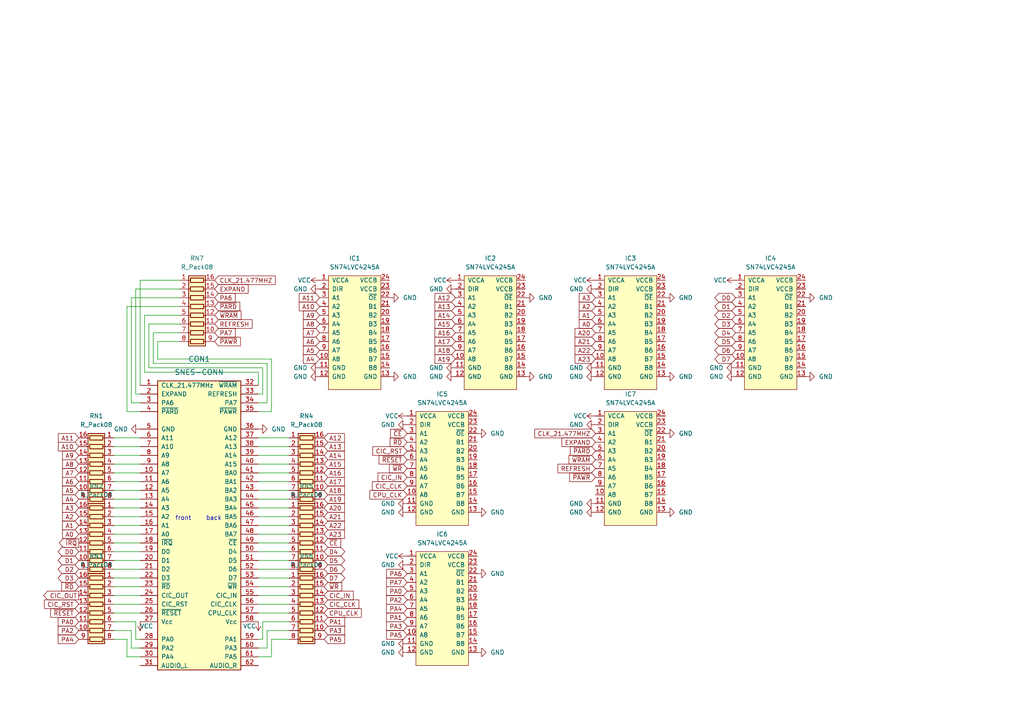
<source format=kicad_sch>
(kicad_sch (version 20211123) (generator eeschema)

  (uuid e3a796b1-aedb-45a0-9a62-563e82fd37db)

  (paper "A4")

  (lib_symbols
    (symbol "Device:R_Pack08" (pin_names (offset 0) hide) (in_bom yes) (on_board yes)
      (property "Reference" "RN" (id 0) (at -12.7 0 90)
        (effects (font (size 1.27 1.27)))
      )
      (property "Value" "R_Pack08" (id 1) (at 10.16 0 90)
        (effects (font (size 1.27 1.27)))
      )
      (property "Footprint" "" (id 2) (at 12.065 0 90)
        (effects (font (size 1.27 1.27)) hide)
      )
      (property "Datasheet" "~" (id 3) (at 0 0 0)
        (effects (font (size 1.27 1.27)) hide)
      )
      (property "ki_keywords" "R network parallel topology isolated" (id 4) (at 0 0 0)
        (effects (font (size 1.27 1.27)) hide)
      )
      (property "ki_description" "8 resistor network, parallel topology" (id 5) (at 0 0 0)
        (effects (font (size 1.27 1.27)) hide)
      )
      (property "ki_fp_filters" "DIP* SOIC* R*Array*Concave* R*Array*Convex*" (id 6) (at 0 0 0)
        (effects (font (size 1.27 1.27)) hide)
      )
      (symbol "R_Pack08_0_1"
        (rectangle (start -11.43 -2.413) (end 8.89 2.413)
          (stroke (width 0.254) (type default) (color 0 0 0 0))
          (fill (type background))
        )
        (rectangle (start -10.795 1.905) (end -9.525 -1.905)
          (stroke (width 0.254) (type default) (color 0 0 0 0))
          (fill (type none))
        )
        (rectangle (start -8.255 1.905) (end -6.985 -1.905)
          (stroke (width 0.254) (type default) (color 0 0 0 0))
          (fill (type none))
        )
        (rectangle (start -5.715 1.905) (end -4.445 -1.905)
          (stroke (width 0.254) (type default) (color 0 0 0 0))
          (fill (type none))
        )
        (rectangle (start -3.175 1.905) (end -1.905 -1.905)
          (stroke (width 0.254) (type default) (color 0 0 0 0))
          (fill (type none))
        )
        (rectangle (start -0.635 1.905) (end 0.635 -1.905)
          (stroke (width 0.254) (type default) (color 0 0 0 0))
          (fill (type none))
        )
        (polyline
          (pts
            (xy -10.16 -2.54)
            (xy -10.16 -1.905)
          )
          (stroke (width 0) (type default) (color 0 0 0 0))
          (fill (type none))
        )
        (polyline
          (pts
            (xy -10.16 1.905)
            (xy -10.16 2.54)
          )
          (stroke (width 0) (type default) (color 0 0 0 0))
          (fill (type none))
        )
        (polyline
          (pts
            (xy -7.62 -2.54)
            (xy -7.62 -1.905)
          )
          (stroke (width 0) (type default) (color 0 0 0 0))
          (fill (type none))
        )
        (polyline
          (pts
            (xy -7.62 1.905)
            (xy -7.62 2.54)
          )
          (stroke (width 0) (type default) (color 0 0 0 0))
          (fill (type none))
        )
        (polyline
          (pts
            (xy -5.08 -2.54)
            (xy -5.08 -1.905)
          )
          (stroke (width 0) (type default) (color 0 0 0 0))
          (fill (type none))
        )
        (polyline
          (pts
            (xy -5.08 1.905)
            (xy -5.08 2.54)
          )
          (stroke (width 0) (type default) (color 0 0 0 0))
          (fill (type none))
        )
        (polyline
          (pts
            (xy -2.54 -2.54)
            (xy -2.54 -1.905)
          )
          (stroke (width 0) (type default) (color 0 0 0 0))
          (fill (type none))
        )
        (polyline
          (pts
            (xy -2.54 1.905)
            (xy -2.54 2.54)
          )
          (stroke (width 0) (type default) (color 0 0 0 0))
          (fill (type none))
        )
        (polyline
          (pts
            (xy 0 -2.54)
            (xy 0 -1.905)
          )
          (stroke (width 0) (type default) (color 0 0 0 0))
          (fill (type none))
        )
        (polyline
          (pts
            (xy 0 1.905)
            (xy 0 2.54)
          )
          (stroke (width 0) (type default) (color 0 0 0 0))
          (fill (type none))
        )
        (polyline
          (pts
            (xy 2.54 -2.54)
            (xy 2.54 -1.905)
          )
          (stroke (width 0) (type default) (color 0 0 0 0))
          (fill (type none))
        )
        (polyline
          (pts
            (xy 2.54 1.905)
            (xy 2.54 2.54)
          )
          (stroke (width 0) (type default) (color 0 0 0 0))
          (fill (type none))
        )
        (polyline
          (pts
            (xy 5.08 -2.54)
            (xy 5.08 -1.905)
          )
          (stroke (width 0) (type default) (color 0 0 0 0))
          (fill (type none))
        )
        (polyline
          (pts
            (xy 5.08 1.905)
            (xy 5.08 2.54)
          )
          (stroke (width 0) (type default) (color 0 0 0 0))
          (fill (type none))
        )
        (polyline
          (pts
            (xy 7.62 -2.54)
            (xy 7.62 -1.905)
          )
          (stroke (width 0) (type default) (color 0 0 0 0))
          (fill (type none))
        )
        (polyline
          (pts
            (xy 7.62 1.905)
            (xy 7.62 2.54)
          )
          (stroke (width 0) (type default) (color 0 0 0 0))
          (fill (type none))
        )
        (rectangle (start 1.905 1.905) (end 3.175 -1.905)
          (stroke (width 0.254) (type default) (color 0 0 0 0))
          (fill (type none))
        )
        (rectangle (start 4.445 1.905) (end 5.715 -1.905)
          (stroke (width 0.254) (type default) (color 0 0 0 0))
          (fill (type none))
        )
        (rectangle (start 6.985 1.905) (end 8.255 -1.905)
          (stroke (width 0.254) (type default) (color 0 0 0 0))
          (fill (type none))
        )
      )
      (symbol "R_Pack08_1_1"
        (pin passive line (at -10.16 -5.08 90) (length 2.54)
          (name "R1.1" (effects (font (size 1.27 1.27))))
          (number "1" (effects (font (size 1.27 1.27))))
        )
        (pin passive line (at 5.08 5.08 270) (length 2.54)
          (name "R7.2" (effects (font (size 1.27 1.27))))
          (number "10" (effects (font (size 1.27 1.27))))
        )
        (pin passive line (at 2.54 5.08 270) (length 2.54)
          (name "R6.2" (effects (font (size 1.27 1.27))))
          (number "11" (effects (font (size 1.27 1.27))))
        )
        (pin passive line (at 0 5.08 270) (length 2.54)
          (name "R5.2" (effects (font (size 1.27 1.27))))
          (number "12" (effects (font (size 1.27 1.27))))
        )
        (pin passive line (at -2.54 5.08 270) (length 2.54)
          (name "R4.2" (effects (font (size 1.27 1.27))))
          (number "13" (effects (font (size 1.27 1.27))))
        )
        (pin passive line (at -5.08 5.08 270) (length 2.54)
          (name "R3.2" (effects (font (size 1.27 1.27))))
          (number "14" (effects (font (size 1.27 1.27))))
        )
        (pin passive line (at -7.62 5.08 270) (length 2.54)
          (name "R2.2" (effects (font (size 1.27 1.27))))
          (number "15" (effects (font (size 1.27 1.27))))
        )
        (pin passive line (at -10.16 5.08 270) (length 2.54)
          (name "R1.2" (effects (font (size 1.27 1.27))))
          (number "16" (effects (font (size 1.27 1.27))))
        )
        (pin passive line (at -7.62 -5.08 90) (length 2.54)
          (name "R2.1" (effects (font (size 1.27 1.27))))
          (number "2" (effects (font (size 1.27 1.27))))
        )
        (pin passive line (at -5.08 -5.08 90) (length 2.54)
          (name "R3.1" (effects (font (size 1.27 1.27))))
          (number "3" (effects (font (size 1.27 1.27))))
        )
        (pin passive line (at -2.54 -5.08 90) (length 2.54)
          (name "R4.1" (effects (font (size 1.27 1.27))))
          (number "4" (effects (font (size 1.27 1.27))))
        )
        (pin passive line (at 0 -5.08 90) (length 2.54)
          (name "R5.1" (effects (font (size 1.27 1.27))))
          (number "5" (effects (font (size 1.27 1.27))))
        )
        (pin passive line (at 2.54 -5.08 90) (length 2.54)
          (name "R6.1" (effects (font (size 1.27 1.27))))
          (number "6" (effects (font (size 1.27 1.27))))
        )
        (pin passive line (at 5.08 -5.08 90) (length 2.54)
          (name "R7.1" (effects (font (size 1.27 1.27))))
          (number "7" (effects (font (size 1.27 1.27))))
        )
        (pin passive line (at 7.62 -5.08 90) (length 2.54)
          (name "R8.1" (effects (font (size 1.27 1.27))))
          (number "8" (effects (font (size 1.27 1.27))))
        )
        (pin passive line (at 7.62 5.08 270) (length 2.54)
          (name "R8.2" (effects (font (size 1.27 1.27))))
          (number "9" (effects (font (size 1.27 1.27))))
        )
      )
    )
    (symbol "power:GND" (power) (pin_names (offset 0)) (in_bom yes) (on_board yes)
      (property "Reference" "#PWR" (id 0) (at 0 -6.35 0)
        (effects (font (size 1.27 1.27)) hide)
      )
      (property "Value" "GND" (id 1) (at 0 -3.81 0)
        (effects (font (size 1.27 1.27)))
      )
      (property "Footprint" "" (id 2) (at 0 0 0)
        (effects (font (size 1.27 1.27)) hide)
      )
      (property "Datasheet" "" (id 3) (at 0 0 0)
        (effects (font (size 1.27 1.27)) hide)
      )
      (property "ki_keywords" "power-flag" (id 4) (at 0 0 0)
        (effects (font (size 1.27 1.27)) hide)
      )
      (property "ki_description" "Power symbol creates a global label with name \"GND\" , ground" (id 5) (at 0 0 0)
        (effects (font (size 1.27 1.27)) hide)
      )
      (symbol "GND_0_1"
        (polyline
          (pts
            (xy 0 0)
            (xy 0 -1.27)
            (xy 1.27 -1.27)
            (xy 0 -2.54)
            (xy -1.27 -1.27)
            (xy 0 -1.27)
          )
          (stroke (width 0) (type default) (color 0 0 0 0))
          (fill (type none))
        )
      )
      (symbol "GND_1_1"
        (pin power_in line (at 0 0 270) (length 0) hide
          (name "GND" (effects (font (size 1.27 1.27))))
          (number "1" (effects (font (size 1.27 1.27))))
        )
      )
    )
    (symbol "power:VCC" (power) (pin_names (offset 0)) (in_bom yes) (on_board yes)
      (property "Reference" "#PWR" (id 0) (at 0 -3.81 0)
        (effects (font (size 1.27 1.27)) hide)
      )
      (property "Value" "VCC" (id 1) (at 0 3.81 0)
        (effects (font (size 1.27 1.27)))
      )
      (property "Footprint" "" (id 2) (at 0 0 0)
        (effects (font (size 1.27 1.27)) hide)
      )
      (property "Datasheet" "" (id 3) (at 0 0 0)
        (effects (font (size 1.27 1.27)) hide)
      )
      (property "ki_keywords" "power-flag" (id 4) (at 0 0 0)
        (effects (font (size 1.27 1.27)) hide)
      )
      (property "ki_description" "Power symbol creates a global label with name \"VCC\"" (id 5) (at 0 0 0)
        (effects (font (size 1.27 1.27)) hide)
      )
      (symbol "VCC_0_1"
        (polyline
          (pts
            (xy -0.762 1.27)
            (xy 0 2.54)
          )
          (stroke (width 0) (type default) (color 0 0 0 0))
          (fill (type none))
        )
        (polyline
          (pts
            (xy 0 0)
            (xy 0 2.54)
          )
          (stroke (width 0) (type default) (color 0 0 0 0))
          (fill (type none))
        )
        (polyline
          (pts
            (xy 0 2.54)
            (xy 0.762 1.27)
          )
          (stroke (width 0) (type default) (color 0 0 0 0))
          (fill (type none))
        )
      )
      (symbol "VCC_1_1"
        (pin power_in line (at 0 0 90) (length 0) hide
          (name "VCC" (effects (font (size 1.27 1.27))))
          (number "1" (effects (font (size 1.27 1.27))))
        )
      )
    )
    (symbol "sn74lvc4245a:SN74LVC4245A" (pin_names (offset 1.016)) (in_bom yes) (on_board yes)
      (property "Reference" "IC" (id 0) (at -7.62 17.78 0)
        (effects (font (size 1.27 1.27)) (justify left))
      )
      (property "Value" "SN74LVC4245A" (id 1) (at -7.62 -17.78 0)
        (effects (font (size 1.27 1.27)) (justify left))
      )
      (property "Footprint" "agg:TSSOP-24" (id 2) (at -7.62 -20.32 0)
        (effects (font (size 1.27 1.27)) (justify left) hide)
      )
      (property "Datasheet" "http://www.ti.com/lit/ds/symlink/sn74lvc4245a.pdf" (id 3) (at -7.62 -22.86 0)
        (effects (font (size 1.27 1.27)) (justify left) hide)
      )
      (property "Farnell" "1236393" (id 4) (at -7.62 -25.4 0)
        (effects (font (size 1.27 1.27)) (justify left) hide)
      )
      (property "ki_description" "Logic Level Translator & Buffer" (id 5) (at 0 0 0)
        (effects (font (size 1.27 1.27)) hide)
      )
      (symbol "SN74LVC4245A_0_0"
        (pin power_in line (at -10.16 15.24 0) (length 2.54)
          (name "VCCA" (effects (font (size 1.27 1.27))))
          (number "1" (effects (font (size 1.27 1.27))))
        )
        (pin bidirectional line (at -10.16 -7.62 0) (length 2.54)
          (name "A8" (effects (font (size 1.27 1.27))))
          (number "10" (effects (font (size 1.27 1.27))))
        )
        (pin power_in line (at -10.16 -10.16 0) (length 2.54)
          (name "GND" (effects (font (size 1.27 1.27))))
          (number "11" (effects (font (size 1.27 1.27))))
        )
        (pin power_in line (at -10.16 -12.7 0) (length 2.54)
          (name "GND" (effects (font (size 1.27 1.27))))
          (number "12" (effects (font (size 1.27 1.27))))
        )
        (pin power_in line (at 10.16 -12.7 180) (length 2.54)
          (name "GND" (effects (font (size 1.27 1.27))))
          (number "13" (effects (font (size 1.27 1.27))))
        )
        (pin bidirectional line (at 10.16 -10.16 180) (length 2.54)
          (name "B8" (effects (font (size 1.27 1.27))))
          (number "14" (effects (font (size 1.27 1.27))))
        )
        (pin bidirectional line (at 10.16 -7.62 180) (length 2.54)
          (name "B7" (effects (font (size 1.27 1.27))))
          (number "15" (effects (font (size 1.27 1.27))))
        )
        (pin bidirectional line (at 10.16 -5.08 180) (length 2.54)
          (name "B6" (effects (font (size 1.27 1.27))))
          (number "16" (effects (font (size 1.27 1.27))))
        )
        (pin bidirectional line (at 10.16 -2.54 180) (length 2.54)
          (name "B5" (effects (font (size 1.27 1.27))))
          (number "17" (effects (font (size 1.27 1.27))))
        )
        (pin bidirectional line (at 10.16 0 180) (length 2.54)
          (name "B4" (effects (font (size 1.27 1.27))))
          (number "18" (effects (font (size 1.27 1.27))))
        )
        (pin bidirectional line (at 10.16 2.54 180) (length 2.54)
          (name "B3" (effects (font (size 1.27 1.27))))
          (number "19" (effects (font (size 1.27 1.27))))
        )
        (pin input line (at -10.16 12.7 0) (length 2.54)
          (name "DIR" (effects (font (size 1.27 1.27))))
          (number "2" (effects (font (size 1.27 1.27))))
        )
        (pin bidirectional line (at 10.16 5.08 180) (length 2.54)
          (name "B2" (effects (font (size 1.27 1.27))))
          (number "20" (effects (font (size 1.27 1.27))))
        )
        (pin bidirectional line (at 10.16 7.62 180) (length 2.54)
          (name "B1" (effects (font (size 1.27 1.27))))
          (number "21" (effects (font (size 1.27 1.27))))
        )
        (pin input line (at 10.16 10.16 180) (length 2.54)
          (name "~{OE}" (effects (font (size 1.27 1.27))))
          (number "22" (effects (font (size 1.27 1.27))))
        )
        (pin power_in line (at 10.16 12.7 180) (length 2.54)
          (name "VCCB" (effects (font (size 1.27 1.27))))
          (number "23" (effects (font (size 1.27 1.27))))
        )
        (pin power_in line (at 10.16 15.24 180) (length 2.54)
          (name "VCCB" (effects (font (size 1.27 1.27))))
          (number "24" (effects (font (size 1.27 1.27))))
        )
        (pin bidirectional line (at -10.16 10.16 0) (length 2.54)
          (name "A1" (effects (font (size 1.27 1.27))))
          (number "3" (effects (font (size 1.27 1.27))))
        )
        (pin bidirectional line (at -10.16 7.62 0) (length 2.54)
          (name "A2" (effects (font (size 1.27 1.27))))
          (number "4" (effects (font (size 1.27 1.27))))
        )
        (pin bidirectional line (at -10.16 5.08 0) (length 2.54)
          (name "A3" (effects (font (size 1.27 1.27))))
          (number "5" (effects (font (size 1.27 1.27))))
        )
        (pin bidirectional line (at -10.16 2.54 0) (length 2.54)
          (name "A4" (effects (font (size 1.27 1.27))))
          (number "6" (effects (font (size 1.27 1.27))))
        )
        (pin bidirectional line (at -10.16 0 0) (length 2.54)
          (name "A5" (effects (font (size 1.27 1.27))))
          (number "7" (effects (font (size 1.27 1.27))))
        )
        (pin bidirectional line (at -10.16 -2.54 0) (length 2.54)
          (name "A6" (effects (font (size 1.27 1.27))))
          (number "8" (effects (font (size 1.27 1.27))))
        )
        (pin bidirectional line (at -10.16 -5.08 0) (length 2.54)
          (name "A7" (effects (font (size 1.27 1.27))))
          (number "9" (effects (font (size 1.27 1.27))))
        )
      )
      (symbol "SN74LVC4245A_0_1"
        (rectangle (start -7.62 16.51) (end 7.62 -16.51)
          (stroke (width 0) (type default) (color 0 0 0 0))
          (fill (type background))
        )
      )
    )
    (symbol "snes-umd-cache:SNES-CONN" (pin_names (offset 1.016)) (in_bom yes) (on_board yes)
      (property "Reference" "CON" (id 0) (at 3.175 3.81 0)
        (effects (font (size 1.524 1.524)))
      )
      (property "Value" "SNES-CONN" (id 1) (at 7.62 1.27 0)
        (effects (font (size 1.524 1.524)))
      )
      (property "Footprint" "" (id 2) (at 5.08 -86.36 0)
        (effects (font (size 1.524 1.524)) hide)
      )
      (property "Datasheet" "" (id 3) (at 5.08 -86.36 0)
        (effects (font (size 1.524 1.524)) hide)
      )
      (property "ki_fp_filters" "SNES-CONN-EXP" (id 4) (at 0 0 0)
        (effects (font (size 1.27 1.27)) hide)
      )
      (symbol "SNES-CONN_0_1"
        (rectangle (start 0 0) (end 24.13 -83.82)
          (stroke (width 0.254) (type default) (color 0 0 0 0))
          (fill (type background))
        )
      )
      (symbol "SNES-CONN_1_1"
        (pin passive line (at -5.08 -1.27 0) (length 5.08)
          (name "CLK_21.477MHz" (effects (font (size 1.27 1.27))))
          (number "1" (effects (font (size 1.27 1.27))))
        )
        (pin passive line (at -5.08 -26.67 0) (length 5.08)
          (name "A7" (effects (font (size 1.27 1.27))))
          (number "10" (effects (font (size 1.27 1.27))))
        )
        (pin passive line (at -5.08 -29.21 0) (length 5.08)
          (name "A6" (effects (font (size 1.27 1.27))))
          (number "11" (effects (font (size 1.27 1.27))))
        )
        (pin passive line (at -5.08 -31.75 0) (length 5.08)
          (name "A5" (effects (font (size 1.27 1.27))))
          (number "12" (effects (font (size 1.27 1.27))))
        )
        (pin passive line (at -5.08 -34.29 0) (length 5.08)
          (name "A4" (effects (font (size 1.27 1.27))))
          (number "13" (effects (font (size 1.27 1.27))))
        )
        (pin passive line (at -5.08 -36.83 0) (length 5.08)
          (name "A3" (effects (font (size 1.27 1.27))))
          (number "14" (effects (font (size 1.27 1.27))))
        )
        (pin passive line (at -5.08 -39.37 0) (length 5.08)
          (name "A2" (effects (font (size 1.27 1.27))))
          (number "15" (effects (font (size 1.27 1.27))))
        )
        (pin passive line (at -5.08 -41.91 0) (length 5.08)
          (name "A1" (effects (font (size 1.27 1.27))))
          (number "16" (effects (font (size 1.27 1.27))))
        )
        (pin passive line (at -5.08 -44.45 0) (length 5.08)
          (name "A0" (effects (font (size 1.27 1.27))))
          (number "17" (effects (font (size 1.27 1.27))))
        )
        (pin passive line (at -5.08 -46.99 0) (length 5.08)
          (name "~{IRQ}" (effects (font (size 1.27 1.27))))
          (number "18" (effects (font (size 1.27 1.27))))
        )
        (pin passive line (at -5.08 -49.53 0) (length 5.08)
          (name "D0" (effects (font (size 1.27 1.27))))
          (number "19" (effects (font (size 1.27 1.27))))
        )
        (pin passive line (at -5.08 -3.81 0) (length 5.08)
          (name "EXPAND" (effects (font (size 1.27 1.27))))
          (number "2" (effects (font (size 1.27 1.27))))
        )
        (pin passive line (at -5.08 -52.07 0) (length 5.08)
          (name "D1" (effects (font (size 1.27 1.27))))
          (number "20" (effects (font (size 1.27 1.27))))
        )
        (pin passive line (at -5.08 -54.61 0) (length 5.08)
          (name "D2" (effects (font (size 1.27 1.27))))
          (number "21" (effects (font (size 1.27 1.27))))
        )
        (pin passive line (at -5.08 -57.15 0) (length 5.08)
          (name "D3" (effects (font (size 1.27 1.27))))
          (number "22" (effects (font (size 1.27 1.27))))
        )
        (pin passive line (at -5.08 -59.69 0) (length 5.08)
          (name "~{RD}" (effects (font (size 1.27 1.27))))
          (number "23" (effects (font (size 1.27 1.27))))
        )
        (pin passive line (at -5.08 -62.23 0) (length 5.08)
          (name "CIC_OUT" (effects (font (size 1.27 1.27))))
          (number "24" (effects (font (size 1.27 1.27))))
        )
        (pin passive line (at -5.08 -64.77 0) (length 5.08)
          (name "CIC_RST" (effects (font (size 1.27 1.27))))
          (number "25" (effects (font (size 1.27 1.27))))
        )
        (pin passive line (at -5.08 -67.31 0) (length 5.08)
          (name "~{RESET}" (effects (font (size 1.27 1.27))))
          (number "26" (effects (font (size 1.27 1.27))))
        )
        (pin passive line (at -5.08 -69.85 0) (length 5.08)
          (name "Vcc" (effects (font (size 1.27 1.27))))
          (number "27" (effects (font (size 1.27 1.27))))
        )
        (pin passive line (at -5.08 -74.93 0) (length 5.08)
          (name "PA0" (effects (font (size 1.27 1.27))))
          (number "28" (effects (font (size 1.27 1.27))))
        )
        (pin passive line (at -5.08 -77.47 0) (length 5.08)
          (name "PA2" (effects (font (size 1.27 1.27))))
          (number "29" (effects (font (size 1.27 1.27))))
        )
        (pin passive line (at -5.08 -6.35 0) (length 5.08)
          (name "PA6" (effects (font (size 1.27 1.27))))
          (number "3" (effects (font (size 1.27 1.27))))
        )
        (pin passive line (at -5.08 -80.01 0) (length 5.08)
          (name "PA4" (effects (font (size 1.27 1.27))))
          (number "30" (effects (font (size 1.27 1.27))))
        )
        (pin passive line (at -5.08 -82.55 0) (length 5.08)
          (name "AUDIO_L" (effects (font (size 1.27 1.27))))
          (number "31" (effects (font (size 1.27 1.27))))
        )
        (pin passive line (at 29.21 -1.27 180) (length 5.08)
          (name "~{WRAM}" (effects (font (size 1.27 1.27))))
          (number "32" (effects (font (size 1.27 1.27))))
        )
        (pin passive line (at 29.21 -3.81 180) (length 5.08)
          (name "REFRESH" (effects (font (size 1.27 1.27))))
          (number "33" (effects (font (size 1.27 1.27))))
        )
        (pin passive line (at 29.21 -6.35 180) (length 5.08)
          (name "PA7" (effects (font (size 1.27 1.27))))
          (number "34" (effects (font (size 1.27 1.27))))
        )
        (pin passive line (at 29.21 -8.89 180) (length 5.08)
          (name "~{PAWR}" (effects (font (size 1.27 1.27))))
          (number "35" (effects (font (size 1.27 1.27))))
        )
        (pin passive line (at 29.21 -13.97 180) (length 5.08)
          (name "GND" (effects (font (size 1.27 1.27))))
          (number "36" (effects (font (size 1.27 1.27))))
        )
        (pin passive line (at 29.21 -16.51 180) (length 5.08)
          (name "A12" (effects (font (size 1.27 1.27))))
          (number "37" (effects (font (size 1.27 1.27))))
        )
        (pin passive line (at 29.21 -19.05 180) (length 5.08)
          (name "A13" (effects (font (size 1.27 1.27))))
          (number "38" (effects (font (size 1.27 1.27))))
        )
        (pin passive line (at 29.21 -21.59 180) (length 5.08)
          (name "A14" (effects (font (size 1.27 1.27))))
          (number "39" (effects (font (size 1.27 1.27))))
        )
        (pin passive line (at -5.08 -8.89 0) (length 5.08)
          (name "~{PARD}" (effects (font (size 1.27 1.27))))
          (number "4" (effects (font (size 1.27 1.27))))
        )
        (pin passive line (at 29.21 -24.13 180) (length 5.08)
          (name "A15" (effects (font (size 1.27 1.27))))
          (number "40" (effects (font (size 1.27 1.27))))
        )
        (pin passive line (at 29.21 -26.67 180) (length 5.08)
          (name "BA0" (effects (font (size 1.27 1.27))))
          (number "41" (effects (font (size 1.27 1.27))))
        )
        (pin passive line (at 29.21 -29.21 180) (length 5.08)
          (name "BA1" (effects (font (size 1.27 1.27))))
          (number "42" (effects (font (size 1.27 1.27))))
        )
        (pin passive line (at 29.21 -31.75 180) (length 5.08)
          (name "BA2" (effects (font (size 1.27 1.27))))
          (number "43" (effects (font (size 1.27 1.27))))
        )
        (pin passive line (at 29.21 -34.29 180) (length 5.08)
          (name "BA3" (effects (font (size 1.27 1.27))))
          (number "44" (effects (font (size 1.27 1.27))))
        )
        (pin passive line (at 29.21 -36.83 180) (length 5.08)
          (name "BA4" (effects (font (size 1.27 1.27))))
          (number "45" (effects (font (size 1.27 1.27))))
        )
        (pin passive line (at 29.21 -39.37 180) (length 5.08)
          (name "BA5" (effects (font (size 1.27 1.27))))
          (number "46" (effects (font (size 1.27 1.27))))
        )
        (pin passive line (at 29.21 -41.91 180) (length 5.08)
          (name "BA6" (effects (font (size 1.27 1.27))))
          (number "47" (effects (font (size 1.27 1.27))))
        )
        (pin passive line (at 29.21 -44.45 180) (length 5.08)
          (name "BA7" (effects (font (size 1.27 1.27))))
          (number "48" (effects (font (size 1.27 1.27))))
        )
        (pin passive line (at 29.21 -46.99 180) (length 5.08)
          (name "~{CE}" (effects (font (size 1.27 1.27))))
          (number "49" (effects (font (size 1.27 1.27))))
        )
        (pin passive line (at -5.08 -13.97 0) (length 5.08)
          (name "GND" (effects (font (size 1.27 1.27))))
          (number "5" (effects (font (size 1.27 1.27))))
        )
        (pin passive line (at 29.21 -49.53 180) (length 5.08)
          (name "D4" (effects (font (size 1.27 1.27))))
          (number "50" (effects (font (size 1.27 1.27))))
        )
        (pin passive line (at 29.21 -52.07 180) (length 5.08)
          (name "D5" (effects (font (size 1.27 1.27))))
          (number "51" (effects (font (size 1.27 1.27))))
        )
        (pin passive line (at 29.21 -54.61 180) (length 5.08)
          (name "D6" (effects (font (size 1.27 1.27))))
          (number "52" (effects (font (size 1.27 1.27))))
        )
        (pin passive line (at 29.21 -57.15 180) (length 5.08)
          (name "D7" (effects (font (size 1.27 1.27))))
          (number "53" (effects (font (size 1.27 1.27))))
        )
        (pin passive line (at 29.21 -59.69 180) (length 5.08)
          (name "~{WR}" (effects (font (size 1.27 1.27))))
          (number "54" (effects (font (size 1.27 1.27))))
        )
        (pin passive line (at 29.21 -62.23 180) (length 5.08)
          (name "CIC_IN" (effects (font (size 1.27 1.27))))
          (number "55" (effects (font (size 1.27 1.27))))
        )
        (pin passive line (at 29.21 -64.77 180) (length 5.08)
          (name "CIC_CLK" (effects (font (size 1.27 1.27))))
          (number "56" (effects (font (size 1.27 1.27))))
        )
        (pin passive line (at 29.21 -67.31 180) (length 5.08)
          (name "CPU_CLK" (effects (font (size 1.27 1.27))))
          (number "57" (effects (font (size 1.27 1.27))))
        )
        (pin passive line (at 29.21 -69.85 180) (length 5.08)
          (name "Vcc" (effects (font (size 1.27 1.27))))
          (number "58" (effects (font (size 1.27 1.27))))
        )
        (pin passive line (at 29.21 -74.93 180) (length 5.08)
          (name "PA1" (effects (font (size 1.27 1.27))))
          (number "59" (effects (font (size 1.27 1.27))))
        )
        (pin passive line (at -5.08 -16.51 0) (length 5.08)
          (name "A11" (effects (font (size 1.27 1.27))))
          (number "6" (effects (font (size 1.27 1.27))))
        )
        (pin passive line (at 29.21 -77.47 180) (length 5.08)
          (name "PA3" (effects (font (size 1.27 1.27))))
          (number "60" (effects (font (size 1.27 1.27))))
        )
        (pin passive line (at 29.21 -80.01 180) (length 5.08)
          (name "PA5" (effects (font (size 1.27 1.27))))
          (number "61" (effects (font (size 1.27 1.27))))
        )
        (pin passive line (at 29.21 -82.55 180) (length 5.08)
          (name "AUDIO_R" (effects (font (size 1.27 1.27))))
          (number "62" (effects (font (size 1.27 1.27))))
        )
        (pin passive line (at -5.08 -19.05 0) (length 5.08)
          (name "A10" (effects (font (size 1.27 1.27))))
          (number "7" (effects (font (size 1.27 1.27))))
        )
        (pin passive line (at -5.08 -21.59 0) (length 5.08)
          (name "A9" (effects (font (size 1.27 1.27))))
          (number "8" (effects (font (size 1.27 1.27))))
        )
        (pin passive line (at -5.08 -24.13 0) (length 5.08)
          (name "A8" (effects (font (size 1.27 1.27))))
          (number "9" (effects (font (size 1.27 1.27))))
        )
      )
    )
  )


  (wire (pts (xy 74.93 185.42) (xy 76.2 185.42))
    (stroke (width 0) (type default) (color 0 0 0 0))
    (uuid 046e4339-cb6e-4e0a-8774-e5e73b24f3a4)
  )
  (wire (pts (xy 74.93 134.62) (xy 83.82 134.62))
    (stroke (width 0) (type default) (color 0 0 0 0))
    (uuid 04ba18e3-81df-4379-b30c-8be6f40ac510)
  )
  (wire (pts (xy 33.02 160.02) (xy 40.64 160.02))
    (stroke (width 0) (type default) (color 0 0 0 0))
    (uuid 05521638-924d-4c1d-9cc0-563e41dc869d)
  )
  (wire (pts (xy 33.02 175.26) (xy 40.64 175.26))
    (stroke (width 0) (type default) (color 0 0 0 0))
    (uuid 05b5345b-96ac-4a28-99bc-55be03705c52)
  )
  (wire (pts (xy 74.93 187.96) (xy 77.47 187.96))
    (stroke (width 0) (type default) (color 0 0 0 0))
    (uuid 08166143-5052-46d9-9c92-3bbe37a34bc0)
  )
  (wire (pts (xy 33.02 129.54) (xy 40.64 129.54))
    (stroke (width 0) (type default) (color 0 0 0 0))
    (uuid 087abf3f-1cce-4d38-a06b-c2ddb0ff835c)
  )
  (wire (pts (xy 76.2 114.3) (xy 76.2 106.68))
    (stroke (width 0) (type default) (color 0 0 0 0))
    (uuid 0aa255ba-fd13-4748-bce1-26456752a7cf)
  )
  (wire (pts (xy 38.1 187.96) (xy 38.1 182.88))
    (stroke (width 0) (type default) (color 0 0 0 0))
    (uuid 0abc61cf-1658-400a-8901-2d3b5bc08cf5)
  )
  (wire (pts (xy 83.82 160.02) (xy 74.93 160.02))
    (stroke (width 0) (type default) (color 0 0 0 0))
    (uuid 0b60bb0c-2fdd-466c-a678-0e59b9d886a3)
  )
  (wire (pts (xy 77.47 182.88) (xy 83.82 182.88))
    (stroke (width 0) (type default) (color 0 0 0 0))
    (uuid 139a23c7-12ac-4722-95ab-038147bf1392)
  )
  (wire (pts (xy 41.91 107.95) (xy 41.91 91.44))
    (stroke (width 0) (type default) (color 0 0 0 0))
    (uuid 1439036c-7c40-4d70-ba4b-28233c3d0b71)
  )
  (wire (pts (xy 38.1 86.36) (xy 52.07 86.36))
    (stroke (width 0) (type default) (color 0 0 0 0))
    (uuid 1972c241-dcfa-4a06-a423-cdbd0030e1cd)
  )
  (wire (pts (xy 33.02 134.62) (xy 40.64 134.62))
    (stroke (width 0) (type default) (color 0 0 0 0))
    (uuid 1e03bca0-394c-4d29-a86d-ea6eab999e61)
  )
  (wire (pts (xy 33.02 154.94) (xy 40.64 154.94))
    (stroke (width 0) (type default) (color 0 0 0 0))
    (uuid 1ee748f7-4e3b-48e1-8436-012ecd0fb09b)
  )
  (wire (pts (xy 74.93 127) (xy 83.82 127))
    (stroke (width 0) (type default) (color 0 0 0 0))
    (uuid 23d17897-d687-4a49-b8a8-9ed8cc202a39)
  )
  (wire (pts (xy 43.18 106.68) (xy 43.18 93.98))
    (stroke (width 0) (type default) (color 0 0 0 0))
    (uuid 268c0645-4703-42bc-a900-de859b0897db)
  )
  (wire (pts (xy 33.02 177.8) (xy 40.64 177.8))
    (stroke (width 0) (type default) (color 0 0 0 0))
    (uuid 2747b3b4-a25c-4732-ba9d-0a01755ff758)
  )
  (wire (pts (xy 74.93 107.95) (xy 41.91 107.95))
    (stroke (width 0) (type default) (color 0 0 0 0))
    (uuid 28a819aa-9f3c-4e74-9b97-12c87a0d8272)
  )
  (wire (pts (xy 40.64 190.5) (xy 36.83 190.5))
    (stroke (width 0) (type default) (color 0 0 0 0))
    (uuid 2a9071c2-699f-4409-9396-618d6c563dc0)
  )
  (wire (pts (xy 83.82 175.26) (xy 74.93 175.26))
    (stroke (width 0) (type default) (color 0 0 0 0))
    (uuid 2ac79884-5450-4727-b439-1f5e889019be)
  )
  (wire (pts (xy 74.93 190.5) (xy 78.74 190.5))
    (stroke (width 0) (type default) (color 0 0 0 0))
    (uuid 2fdc7fae-1783-4ea3-8df5-69ea9f9620e2)
  )
  (wire (pts (xy 74.93 142.24) (xy 83.82 142.24))
    (stroke (width 0) (type default) (color 0 0 0 0))
    (uuid 30f02435-6c33-44e4-81af-b8bbac1f1c26)
  )
  (wire (pts (xy 74.93 114.3) (xy 76.2 114.3))
    (stroke (width 0) (type default) (color 0 0 0 0))
    (uuid 36585e75-3daf-41c0-9d16-334b5279d372)
  )
  (wire (pts (xy 33.02 142.24) (xy 40.64 142.24))
    (stroke (width 0) (type default) (color 0 0 0 0))
    (uuid 3f47055b-5969-4b5e-b827-d9314e4ea2f5)
  )
  (wire (pts (xy 74.93 137.16) (xy 83.82 137.16))
    (stroke (width 0) (type default) (color 0 0 0 0))
    (uuid 41e7996d-7915-4a9d-a6db-ef0d46bca93e)
  )
  (wire (pts (xy 33.02 152.4) (xy 40.64 152.4))
    (stroke (width 0) (type default) (color 0 0 0 0))
    (uuid 44701998-3fc7-461e-8f56-05a001532ca2)
  )
  (wire (pts (xy 36.83 88.9) (xy 52.07 88.9))
    (stroke (width 0) (type default) (color 0 0 0 0))
    (uuid 46174d7c-9073-4939-8b60-2ee289e301bd)
  )
  (wire (pts (xy 83.82 177.8) (xy 74.93 177.8))
    (stroke (width 0) (type default) (color 0 0 0 0))
    (uuid 4a208110-0059-47e6-9ae4-77824a963745)
  )
  (wire (pts (xy 33.02 172.72) (xy 40.64 172.72))
    (stroke (width 0) (type default) (color 0 0 0 0))
    (uuid 4d802906-5c12-4746-984c-a3a74969f5a1)
  )
  (wire (pts (xy 33.02 149.86) (xy 40.64 149.86))
    (stroke (width 0) (type default) (color 0 0 0 0))
    (uuid 4fde7fbe-f637-4229-b257-4e73262fe739)
  )
  (wire (pts (xy 33.02 167.64) (xy 40.64 167.64))
    (stroke (width 0) (type default) (color 0 0 0 0))
    (uuid 540f3d4d-25ec-4cc6-8fcf-d417e70f390b)
  )
  (wire (pts (xy 39.37 83.82) (xy 52.07 83.82))
    (stroke (width 0) (type default) (color 0 0 0 0))
    (uuid 542e212e-3e24-4e69-91d7-1f975d5d3f42)
  )
  (wire (pts (xy 83.82 165.1) (xy 74.93 165.1))
    (stroke (width 0) (type default) (color 0 0 0 0))
    (uuid 57170249-7254-409f-80fa-877436d4221f)
  )
  (wire (pts (xy 38.1 116.84) (xy 38.1 86.36))
    (stroke (width 0) (type default) (color 0 0 0 0))
    (uuid 5e47c0ae-dabe-44d8-a058-4bf67b2639ce)
  )
  (wire (pts (xy 78.74 185.42) (xy 83.82 185.42))
    (stroke (width 0) (type default) (color 0 0 0 0))
    (uuid 5f34e6a1-2508-4571-8f5f-f071cfc3ea05)
  )
  (wire (pts (xy 33.02 137.16) (xy 40.64 137.16))
    (stroke (width 0) (type default) (color 0 0 0 0))
    (uuid 609b48b3-cd99-4a2b-8f35-7a178c522243)
  )
  (wire (pts (xy 33.02 144.78) (xy 40.64 144.78))
    (stroke (width 0) (type default) (color 0 0 0 0))
    (uuid 63bc72f3-2a32-4cf6-a0b5-2d869369974e)
  )
  (wire (pts (xy 40.64 187.96) (xy 38.1 187.96))
    (stroke (width 0) (type default) (color 0 0 0 0))
    (uuid 653e308f-c859-451c-8a13-fa75c639319e)
  )
  (wire (pts (xy 83.82 152.4) (xy 74.93 152.4))
    (stroke (width 0) (type default) (color 0 0 0 0))
    (uuid 68fdafd8-1c4b-4d06-8619-8e0a093eee75)
  )
  (wire (pts (xy 78.74 104.14) (xy 45.72 104.14))
    (stroke (width 0) (type default) (color 0 0 0 0))
    (uuid 6c683638-29f9-4b21-876c-be96e66a4cee)
  )
  (wire (pts (xy 40.64 185.42) (xy 39.37 185.42))
    (stroke (width 0) (type default) (color 0 0 0 0))
    (uuid 703d6b34-1505-4c47-9a75-d41c70e17c37)
  )
  (wire (pts (xy 83.82 172.72) (xy 74.93 172.72))
    (stroke (width 0) (type default) (color 0 0 0 0))
    (uuid 7092720e-3b92-427c-a2b7-7d787f885fd3)
  )
  (wire (pts (xy 39.37 185.42) (xy 39.37 180.34))
    (stroke (width 0) (type default) (color 0 0 0 0))
    (uuid 73822255-0b36-4c40-80c5-e9bf9c6a7c68)
  )
  (wire (pts (xy 77.47 105.41) (xy 44.45 105.41))
    (stroke (width 0) (type default) (color 0 0 0 0))
    (uuid 76deb444-1203-4efe-a68d-0b9897cb980e)
  )
  (wire (pts (xy 83.82 147.32) (xy 74.93 147.32))
    (stroke (width 0) (type default) (color 0 0 0 0))
    (uuid 7c1c9d06-d33f-4148-88eb-c04b08d420f8)
  )
  (wire (pts (xy 83.82 154.94) (xy 74.93 154.94))
    (stroke (width 0) (type default) (color 0 0 0 0))
    (uuid 7c89195c-a82b-48f7-a42f-fd60b4b0a9c3)
  )
  (wire (pts (xy 76.2 180.34) (xy 83.82 180.34))
    (stroke (width 0) (type default) (color 0 0 0 0))
    (uuid 7e8800b2-51e2-4dfe-bcad-e8951682ff07)
  )
  (wire (pts (xy 33.02 139.7) (xy 40.64 139.7))
    (stroke (width 0) (type default) (color 0 0 0 0))
    (uuid 7f295d77-0402-4528-b8e8-69adb3896c21)
  )
  (wire (pts (xy 40.64 119.38) (xy 36.83 119.38))
    (stroke (width 0) (type default) (color 0 0 0 0))
    (uuid 807d0345-d83a-4073-8c89-6dcd86b67e75)
  )
  (wire (pts (xy 33.02 147.32) (xy 40.64 147.32))
    (stroke (width 0) (type default) (color 0 0 0 0))
    (uuid 82cac8e1-836b-4a54-b0c8-372920b617db)
  )
  (wire (pts (xy 78.74 119.38) (xy 78.74 104.14))
    (stroke (width 0) (type default) (color 0 0 0 0))
    (uuid 85171ba6-d143-4210-a3b9-f944638570f8)
  )
  (wire (pts (xy 74.93 116.84) (xy 77.47 116.84))
    (stroke (width 0) (type default) (color 0 0 0 0))
    (uuid 8d8a2e47-0789-4bd8-beeb-5c0a5b19357e)
  )
  (wire (pts (xy 74.93 139.7) (xy 83.82 139.7))
    (stroke (width 0) (type default) (color 0 0 0 0))
    (uuid 8e56aac8-1880-4454-9150-6342dc5c62ca)
  )
  (wire (pts (xy 76.2 106.68) (xy 43.18 106.68))
    (stroke (width 0) (type default) (color 0 0 0 0))
    (uuid 91192be3-4da3-4115-bc7e-f504287febaf)
  )
  (wire (pts (xy 74.93 129.54) (xy 83.82 129.54))
    (stroke (width 0) (type default) (color 0 0 0 0))
    (uuid 920404fd-5426-4fc1-9092-530fa6bc7540)
  )
  (wire (pts (xy 83.82 157.48) (xy 74.93 157.48))
    (stroke (width 0) (type default) (color 0 0 0 0))
    (uuid 976712e5-4202-47f9-bf1f-eb73c6fe79d5)
  )
  (wire (pts (xy 40.64 114.3) (xy 39.37 114.3))
    (stroke (width 0) (type default) (color 0 0 0 0))
    (uuid 9ac44c3b-549e-41cf-90f2-0f1e2bf73bb2)
  )
  (wire (pts (xy 83.82 167.64) (xy 74.93 167.64))
    (stroke (width 0) (type default) (color 0 0 0 0))
    (uuid 9d0aab13-57c1-44d3-8432-936128d4e963)
  )
  (wire (pts (xy 33.02 170.18) (xy 40.64 170.18))
    (stroke (width 0) (type default) (color 0 0 0 0))
    (uuid a38e6360-3370-4c30-b7b0-d70f6487db06)
  )
  (wire (pts (xy 44.45 96.52) (xy 52.07 96.52))
    (stroke (width 0) (type default) (color 0 0 0 0))
    (uuid a8d584ef-d10c-4690-895a-3e93c238ec3d)
  )
  (wire (pts (xy 39.37 180.34) (xy 33.02 180.34))
    (stroke (width 0) (type default) (color 0 0 0 0))
    (uuid aa9ed32e-d2ff-4db7-844c-62bb9bcd13ff)
  )
  (wire (pts (xy 33.02 165.1) (xy 40.64 165.1))
    (stroke (width 0) (type default) (color 0 0 0 0))
    (uuid ac1bb51f-1cc1-403c-888e-78d0db30f61d)
  )
  (wire (pts (xy 83.82 162.56) (xy 74.93 162.56))
    (stroke (width 0) (type default) (color 0 0 0 0))
    (uuid b4de03af-9f7e-48ee-bf44-215e390b0eef)
  )
  (wire (pts (xy 45.72 99.06) (xy 52.07 99.06))
    (stroke (width 0) (type default) (color 0 0 0 0))
    (uuid b7e5ad12-d5da-46d1-8249-c3690ee7c8e6)
  )
  (wire (pts (xy 77.47 187.96) (xy 77.47 182.88))
    (stroke (width 0) (type default) (color 0 0 0 0))
    (uuid bae279ba-33f4-4244-a1bf-28535f0b98fa)
  )
  (wire (pts (xy 40.64 81.28) (xy 52.07 81.28))
    (stroke (width 0) (type default) (color 0 0 0 0))
    (uuid bc124544-d714-4625-883d-58daa348777c)
  )
  (wire (pts (xy 43.18 93.98) (xy 52.07 93.98))
    (stroke (width 0) (type default) (color 0 0 0 0))
    (uuid c1ac8e6b-57fe-4e8c-9b03-dd7a51812326)
  )
  (wire (pts (xy 41.91 91.44) (xy 52.07 91.44))
    (stroke (width 0) (type default) (color 0 0 0 0))
    (uuid c9d67536-3630-40fc-b48b-757e4c71d6c0)
  )
  (wire (pts (xy 45.72 104.14) (xy 45.72 99.06))
    (stroke (width 0) (type default) (color 0 0 0 0))
    (uuid cb6d24bc-5b19-491a-94db-d89e7af3cff6)
  )
  (wire (pts (xy 39.37 114.3) (xy 39.37 83.82))
    (stroke (width 0) (type default) (color 0 0 0 0))
    (uuid cbd9ccf4-2839-45ff-b049-b8458c531a66)
  )
  (wire (pts (xy 38.1 182.88) (xy 33.02 182.88))
    (stroke (width 0) (type default) (color 0 0 0 0))
    (uuid cc45335f-2819-466e-be6e-ab600f05554b)
  )
  (wire (pts (xy 40.64 116.84) (xy 38.1 116.84))
    (stroke (width 0) (type default) (color 0 0 0 0))
    (uuid cd30fd48-be8f-4f22-bbb6-d3b30659c801)
  )
  (wire (pts (xy 76.2 185.42) (xy 76.2 180.34))
    (stroke (width 0) (type default) (color 0 0 0 0))
    (uuid cddf6a00-6a97-476e-8c0b-1c4dd4abb202)
  )
  (wire (pts (xy 77.47 116.84) (xy 77.47 105.41))
    (stroke (width 0) (type default) (color 0 0 0 0))
    (uuid cdff78bc-05de-4137-9d75-f2b204cd6ea1)
  )
  (wire (pts (xy 40.64 111.76) (xy 40.64 81.28))
    (stroke (width 0) (type default) (color 0 0 0 0))
    (uuid d5280542-7e89-44b6-9e1c-00ff8b5c5d51)
  )
  (wire (pts (xy 83.82 149.86) (xy 74.93 149.86))
    (stroke (width 0) (type default) (color 0 0 0 0))
    (uuid d7a60bac-9941-4645-b472-f884d6622295)
  )
  (wire (pts (xy 83.82 170.18) (xy 74.93 170.18))
    (stroke (width 0) (type default) (color 0 0 0 0))
    (uuid d9baca25-f549-490b-ab93-fb27e7e364cf)
  )
  (wire (pts (xy 33.02 162.56) (xy 40.64 162.56))
    (stroke (width 0) (type default) (color 0 0 0 0))
    (uuid e46aacfa-3161-4b10-a27a-63c9cac74f6c)
  )
  (wire (pts (xy 33.02 157.48) (xy 40.64 157.48))
    (stroke (width 0) (type default) (color 0 0 0 0))
    (uuid e73ee899-9b15-4803-ae70-72500a302993)
  )
  (wire (pts (xy 74.93 119.38) (xy 78.74 119.38))
    (stroke (width 0) (type default) (color 0 0 0 0))
    (uuid ebd5b6d5-fbd1-494e-814a-22a8cacfa6a0)
  )
  (wire (pts (xy 33.02 132.08) (xy 40.64 132.08))
    (stroke (width 0) (type default) (color 0 0 0 0))
    (uuid ee3aaede-6902-438e-a92b-4e62c774540e)
  )
  (wire (pts (xy 74.93 111.76) (xy 74.93 107.95))
    (stroke (width 0) (type default) (color 0 0 0 0))
    (uuid f02b3a14-cbfa-4bb5-afea-279dffd03ea9)
  )
  (wire (pts (xy 36.83 190.5) (xy 36.83 185.42))
    (stroke (width 0) (type default) (color 0 0 0 0))
    (uuid f2bfdabd-ae86-44ac-a58b-a3db0a6200b3)
  )
  (wire (pts (xy 36.83 185.42) (xy 33.02 185.42))
    (stroke (width 0) (type default) (color 0 0 0 0))
    (uuid f3dec2be-b78b-45d9-9749-f2eea3740e65)
  )
  (wire (pts (xy 74.93 132.08) (xy 83.82 132.08))
    (stroke (width 0) (type default) (color 0 0 0 0))
    (uuid f40ea90a-870a-46aa-bfb4-0745d26f372c)
  )
  (wire (pts (xy 44.45 105.41) (xy 44.45 96.52))
    (stroke (width 0) (type default) (color 0 0 0 0))
    (uuid f56cab95-c294-4e68-9dcb-33d66769a3ed)
  )
  (wire (pts (xy 78.74 190.5) (xy 78.74 185.42))
    (stroke (width 0) (type default) (color 0 0 0 0))
    (uuid f771a275-8625-41c0-8562-9131f3f90b5f)
  )
  (wire (pts (xy 33.02 127) (xy 40.64 127))
    (stroke (width 0) (type default) (color 0 0 0 0))
    (uuid f8b5ad73-976f-44a2-9b2e-5d9fb30c5044)
  )
  (wire (pts (xy 74.93 144.78) (xy 83.82 144.78))
    (stroke (width 0) (type default) (color 0 0 0 0))
    (uuid fc4a55c7-87d9-4403-acc8-41a37298ca9a)
  )
  (wire (pts (xy 36.83 119.38) (xy 36.83 88.9))
    (stroke (width 0) (type default) (color 0 0 0 0))
    (uuid ff9c62fa-6a14-42a0-aaf5-0dfc218143b1)
  )

  (text "front" (at 50.8 151.13 0)
    (effects (font (size 1.27 1.27)) (justify left bottom))
    (uuid 46884906-18c4-4b4f-857c-7d16969f2c95)
  )
  (text "back" (at 59.69 151.13 0)
    (effects (font (size 1.27 1.27)) (justify left bottom))
    (uuid 97ece128-af0c-4394-9daa-dacd0f99295a)
  )

  (global_label "A9" (shape input) (at 92.71 91.44 180) (fields_autoplaced)
    (effects (font (size 1.27 1.27)) (justify right))
    (uuid 00695a38-25f6-4b70-a525-35a7b4e8502d)
    (property "Intersheet References" "${INTERSHEET_REFS}" (id 0) (at 87.9988 91.3606 0)
      (effects (font (size 1.27 1.27)) (justify right) hide)
    )
  )
  (global_label "A5" (shape input) (at 92.71 101.6 180) (fields_autoplaced)
    (effects (font (size 1.27 1.27)) (justify right))
    (uuid 071fa3cc-8196-483d-854f-603a09c5dbdf)
    (property "Intersheet References" "${INTERSHEET_REFS}" (id 0) (at 87.9988 101.5206 0)
      (effects (font (size 1.27 1.27)) (justify right) hide)
    )
  )
  (global_label "PA2" (shape input) (at 118.11 173.99 180) (fields_autoplaced)
    (effects (font (size 1.27 1.27)) (justify right))
    (uuid 0bc25437-caaa-4282-b05d-43c8d6d27247)
    (property "Intersheet References" "${INTERSHEET_REFS}" (id 0) (at 112.1288 173.9106 0)
      (effects (font (size 1.27 1.27)) (justify right) hide)
    )
  )
  (global_label "~{PAWR}" (shape input) (at 172.72 138.43 180) (fields_autoplaced)
    (effects (font (size 1.27 1.27)) (justify right))
    (uuid 0c5f9467-7ccf-426e-bad9-2840fe3496ca)
    (property "Intersheet References" "${INTERSHEET_REFS}" (id 0) (at 165.2269 138.3506 0)
      (effects (font (size 1.27 1.27)) (justify right) hide)
    )
  )
  (global_label "A6" (shape input) (at 92.71 99.06 180) (fields_autoplaced)
    (effects (font (size 1.27 1.27)) (justify right))
    (uuid 0eb9d3cb-0bc5-4c54-b8b5-cd54550458e6)
    (property "Intersheet References" "${INTERSHEET_REFS}" (id 0) (at 87.9988 98.9806 0)
      (effects (font (size 1.27 1.27)) (justify right) hide)
    )
  )
  (global_label "PA5" (shape input) (at 118.11 184.15 180) (fields_autoplaced)
    (effects (font (size 1.27 1.27)) (justify right))
    (uuid 10431438-8148-4280-badb-1fbfaf96a377)
    (property "Intersheet References" "${INTERSHEET_REFS}" (id 0) (at 112.1288 184.0706 0)
      (effects (font (size 1.27 1.27)) (justify right) hide)
    )
  )
  (global_label "CLK_21.477MHZ" (shape input) (at 62.23 81.28 0) (fields_autoplaced)
    (effects (font (size 1.27 1.27)) (justify left))
    (uuid 10e94785-d5de-41d9-ad5d-50cb73a7a371)
    (property "Intersheet References" "${INTERSHEET_REFS}" (id 0) (at 79.8226 81.2006 0)
      (effects (font (size 1.27 1.27)) (justify left) hide)
    )
  )
  (global_label "A3" (shape input) (at 172.72 86.36 180) (fields_autoplaced)
    (effects (font (size 1.27 1.27)) (justify right))
    (uuid 11d196a9-62d8-477a-aa34-e70ce3f48276)
    (property "Intersheet References" "${INTERSHEET_REFS}" (id 0) (at 168.0088 86.2806 0)
      (effects (font (size 1.27 1.27)) (justify right) hide)
    )
  )
  (global_label "~{WRAM}" (shape input) (at 172.72 133.35 180) (fields_autoplaced)
    (effects (font (size 1.27 1.27)) (justify right))
    (uuid 19895c08-25c9-483f-91d9-715e975c440f)
    (property "Intersheet References" "${INTERSHEET_REFS}" (id 0) (at 165.0455 133.2706 0)
      (effects (font (size 1.27 1.27)) (justify right) hide)
    )
  )
  (global_label "EXPAND" (shape input) (at 172.72 128.27 180) (fields_autoplaced)
    (effects (font (size 1.27 1.27)) (justify right))
    (uuid 1a531cb0-04e4-404c-b028-e74f086c79fa)
    (property "Intersheet References" "${INTERSHEET_REFS}" (id 0) (at 162.9893 128.1906 0)
      (effects (font (size 1.27 1.27)) (justify right) hide)
    )
  )
  (global_label "A17" (shape input) (at 93.98 139.7 0) (fields_autoplaced)
    (effects (font (size 1.27 1.27)) (justify left))
    (uuid 1a6150cc-82a4-4969-802a-864006aea861)
    (property "Intersheet References" "${INTERSHEET_REFS}" (id 0) (at 99.9007 139.6206 0)
      (effects (font (size 1.27 1.27)) (justify left) hide)
    )
  )
  (global_label "D6" (shape bidirectional) (at 213.36 101.6 180) (fields_autoplaced)
    (effects (font (size 1.27 1.27)) (justify right))
    (uuid 1d320581-abae-4f9c-a9f8-b93cc00e83b0)
    (property "Intersheet References" "${INTERSHEET_REFS}" (id 0) (at 208.4674 101.5206 0)
      (effects (font (size 1.27 1.27)) (justify right) hide)
    )
  )
  (global_label "A0" (shape input) (at 172.72 93.98 180) (fields_autoplaced)
    (effects (font (size 1.27 1.27)) (justify right))
    (uuid 1e817267-8f2a-4eda-8f67-70085829e313)
    (property "Intersheet References" "${INTERSHEET_REFS}" (id 0) (at 168.0088 93.9006 0)
      (effects (font (size 1.27 1.27)) (justify right) hide)
    )
  )
  (global_label "A21" (shape input) (at 172.72 99.06 180) (fields_autoplaced)
    (effects (font (size 1.27 1.27)) (justify right))
    (uuid 2648f02f-67c6-42cb-9753-e2249661a577)
    (property "Intersheet References" "${INTERSHEET_REFS}" (id 0) (at 166.7993 98.9806 0)
      (effects (font (size 1.27 1.27)) (justify right) hide)
    )
  )
  (global_label "~{RD}" (shape input) (at 22.86 170.18 180) (fields_autoplaced)
    (effects (font (size 1.27 1.27)) (justify right))
    (uuid 268b3f16-4c1b-409a-9b42-57e07bba37d2)
    (property "Intersheet References" "${INTERSHEET_REFS}" (id 0) (at 17.9069 170.1006 0)
      (effects (font (size 1.27 1.27)) (justify right) hide)
    )
  )
  (global_label "CIC_CLK" (shape input) (at 93.98 175.26 0) (fields_autoplaced)
    (effects (font (size 1.27 1.27)) (justify left))
    (uuid 2dadd193-1f9a-41ae-92de-9dca97a529de)
    (property "Intersheet References" "${INTERSHEET_REFS}" (id 0) (at 104.0736 175.1806 0)
      (effects (font (size 1.27 1.27)) (justify left) hide)
    )
  )
  (global_label "A23" (shape input) (at 172.72 104.14 180) (fields_autoplaced)
    (effects (font (size 1.27 1.27)) (justify right))
    (uuid 2e031fce-248b-4193-a18a-d6910f87588f)
    (property "Intersheet References" "${INTERSHEET_REFS}" (id 0) (at 166.7993 104.0606 0)
      (effects (font (size 1.27 1.27)) (justify right) hide)
    )
  )
  (global_label "CIC_OUT" (shape output) (at 22.86 172.72 180) (fields_autoplaced)
    (effects (font (size 1.27 1.27)) (justify right))
    (uuid 2fbdf80b-7d72-44eb-99c0-97f747e0ce5e)
    (property "Intersheet References" "${INTERSHEET_REFS}" (id 0) (at 12.7059 172.6406 0)
      (effects (font (size 1.27 1.27)) (justify right) hide)
    )
  )
  (global_label "A4" (shape input) (at 92.71 104.14 180) (fields_autoplaced)
    (effects (font (size 1.27 1.27)) (justify right))
    (uuid 34359fed-5885-46dd-9978-ac0999c660fa)
    (property "Intersheet References" "${INTERSHEET_REFS}" (id 0) (at 87.9988 104.0606 0)
      (effects (font (size 1.27 1.27)) (justify right) hide)
    )
  )
  (global_label "PA7" (shape input) (at 62.23 96.52 0) (fields_autoplaced)
    (effects (font (size 1.27 1.27)) (justify left))
    (uuid 35df8686-33aa-4e6d-817a-003c14ec73f9)
    (property "Intersheet References" "${INTERSHEET_REFS}" (id 0) (at 68.2112 96.4406 0)
      (effects (font (size 1.27 1.27)) (justify left) hide)
    )
  )
  (global_label "A10" (shape input) (at 22.86 129.54 180) (fields_autoplaced)
    (effects (font (size 1.27 1.27)) (justify right))
    (uuid 36ca7549-90b7-4700-a459-0e9e8b254809)
    (property "Intersheet References" "${INTERSHEET_REFS}" (id 0) (at 16.9393 129.4606 0)
      (effects (font (size 1.27 1.27)) (justify right) hide)
    )
  )
  (global_label "A0" (shape input) (at 22.86 154.94 180) (fields_autoplaced)
    (effects (font (size 1.27 1.27)) (justify right))
    (uuid 393757b4-8e1b-4915-9944-4097405f8475)
    (property "Intersheet References" "${INTERSHEET_REFS}" (id 0) (at 18.1488 154.8606 0)
      (effects (font (size 1.27 1.27)) (justify right) hide)
    )
  )
  (global_label "A17" (shape input) (at 132.08 99.06 180) (fields_autoplaced)
    (effects (font (size 1.27 1.27)) (justify right))
    (uuid 3e3e3fbe-4035-4d43-949d-05eb7a9281a9)
    (property "Intersheet References" "${INTERSHEET_REFS}" (id 0) (at 126.1593 98.9806 0)
      (effects (font (size 1.27 1.27)) (justify right) hide)
    )
  )
  (global_label "A4" (shape input) (at 22.86 144.78 180) (fields_autoplaced)
    (effects (font (size 1.27 1.27)) (justify right))
    (uuid 3f1b5b88-46e1-4b8c-a0d1-cdc01ed33f7c)
    (property "Intersheet References" "${INTERSHEET_REFS}" (id 0) (at 18.1488 144.7006 0)
      (effects (font (size 1.27 1.27)) (justify right) hide)
    )
  )
  (global_label "PA1" (shape input) (at 93.98 180.34 0) (fields_autoplaced)
    (effects (font (size 1.27 1.27)) (justify left))
    (uuid 41d7ab29-9426-49fe-b436-971fa78ad8a7)
    (property "Intersheet References" "${INTERSHEET_REFS}" (id 0) (at 99.9612 180.2606 0)
      (effects (font (size 1.27 1.27)) (justify left) hide)
    )
  )
  (global_label "D7" (shape bidirectional) (at 213.36 104.14 180) (fields_autoplaced)
    (effects (font (size 1.27 1.27)) (justify right))
    (uuid 42224f57-af65-4fd9-b6f6-70128afb8248)
    (property "Intersheet References" "${INTERSHEET_REFS}" (id 0) (at 208.4674 104.0606 0)
      (effects (font (size 1.27 1.27)) (justify right) hide)
    )
  )
  (global_label "D0" (shape bidirectional) (at 22.86 160.02 180) (fields_autoplaced)
    (effects (font (size 1.27 1.27)) (justify right))
    (uuid 422f6ec0-55f5-4202-91a1-2f3b9e1761eb)
    (property "Intersheet References" "${INTERSHEET_REFS}" (id 0) (at 17.9674 159.9406 0)
      (effects (font (size 1.27 1.27)) (justify right) hide)
    )
  )
  (global_label "~{PARD}" (shape input) (at 172.72 130.81 180) (fields_autoplaced)
    (effects (font (size 1.27 1.27)) (justify right))
    (uuid 466fd488-80e7-4aa0-9420-e2e64bd3645d)
    (property "Intersheet References" "${INTERSHEET_REFS}" (id 0) (at 165.4083 130.7306 0)
      (effects (font (size 1.27 1.27)) (justify right) hide)
    )
  )
  (global_label "D5" (shape bidirectional) (at 213.36 99.06 180) (fields_autoplaced)
    (effects (font (size 1.27 1.27)) (justify right))
    (uuid 478a8919-4e56-4000-9fa3-36acc3c092dd)
    (property "Intersheet References" "${INTERSHEET_REFS}" (id 0) (at 208.4674 98.9806 0)
      (effects (font (size 1.27 1.27)) (justify right) hide)
    )
  )
  (global_label "CIC_RST" (shape input) (at 22.86 175.26 180) (fields_autoplaced)
    (effects (font (size 1.27 1.27)) (justify right))
    (uuid 482e0b91-c3f4-4477-8ad0-06b7194f4a8d)
    (property "Intersheet References" "${INTERSHEET_REFS}" (id 0) (at 12.8874 175.1806 0)
      (effects (font (size 1.27 1.27)) (justify right) hide)
    )
  )
  (global_label "A20" (shape input) (at 93.98 147.32 0) (fields_autoplaced)
    (effects (font (size 1.27 1.27)) (justify left))
    (uuid 48a74ed4-3499-4e13-858b-4563ebca6862)
    (property "Intersheet References" "${INTERSHEET_REFS}" (id 0) (at 99.9007 147.2406 0)
      (effects (font (size 1.27 1.27)) (justify left) hide)
    )
  )
  (global_label "PA4" (shape input) (at 118.11 176.53 180) (fields_autoplaced)
    (effects (font (size 1.27 1.27)) (justify right))
    (uuid 49e8542d-3807-46d5-98a1-828f62fb30db)
    (property "Intersheet References" "${INTERSHEET_REFS}" (id 0) (at 112.1288 176.4506 0)
      (effects (font (size 1.27 1.27)) (justify right) hide)
    )
  )
  (global_label "A22" (shape input) (at 172.72 101.6 180) (fields_autoplaced)
    (effects (font (size 1.27 1.27)) (justify right))
    (uuid 4df232cb-ae43-45bf-b802-daf29d75e55f)
    (property "Intersheet References" "${INTERSHEET_REFS}" (id 0) (at 166.7993 101.5206 0)
      (effects (font (size 1.27 1.27)) (justify right) hide)
    )
  )
  (global_label "CPU_CLK" (shape input) (at 93.98 177.8 0) (fields_autoplaced)
    (effects (font (size 1.27 1.27)) (justify left))
    (uuid 4f29125f-0701-4b38-9ec8-ff2e44d41403)
    (property "Intersheet References" "${INTERSHEET_REFS}" (id 0) (at 104.7993 177.7206 0)
      (effects (font (size 1.27 1.27)) (justify left) hide)
    )
  )
  (global_label "A2" (shape input) (at 172.72 88.9 180) (fields_autoplaced)
    (effects (font (size 1.27 1.27)) (justify right))
    (uuid 58c92802-afa6-4150-be23-6f324586c4a6)
    (property "Intersheet References" "${INTERSHEET_REFS}" (id 0) (at 168.0088 88.8206 0)
      (effects (font (size 1.27 1.27)) (justify right) hide)
    )
  )
  (global_label "~{WRAM}" (shape input) (at 62.23 91.44 0) (fields_autoplaced)
    (effects (font (size 1.27 1.27)) (justify left))
    (uuid 58edcb3a-18b9-4fd2-be48-9e1847dac37c)
    (property "Intersheet References" "${INTERSHEET_REFS}" (id 0) (at 69.9045 91.3606 0)
      (effects (font (size 1.27 1.27)) (justify left) hide)
    )
  )
  (global_label "A7" (shape input) (at 92.71 96.52 180) (fields_autoplaced)
    (effects (font (size 1.27 1.27)) (justify right))
    (uuid 596f0a99-7c11-40ca-a685-614eedbbf527)
    (property "Intersheet References" "${INTERSHEET_REFS}" (id 0) (at 87.9988 96.4406 0)
      (effects (font (size 1.27 1.27)) (justify right) hide)
    )
  )
  (global_label "D1" (shape bidirectional) (at 213.36 88.9 180) (fields_autoplaced)
    (effects (font (size 1.27 1.27)) (justify right))
    (uuid 5ae6aaaf-77a2-483b-ba6a-19c382cc542f)
    (property "Intersheet References" "${INTERSHEET_REFS}" (id 0) (at 208.4674 88.8206 0)
      (effects (font (size 1.27 1.27)) (justify right) hide)
    )
  )
  (global_label "D0" (shape bidirectional) (at 213.36 86.36 180) (fields_autoplaced)
    (effects (font (size 1.27 1.27)) (justify right))
    (uuid 5b935484-f2f3-4d21-bd64-b1e1771ce99a)
    (property "Intersheet References" "${INTERSHEET_REFS}" (id 0) (at 208.4674 86.2806 0)
      (effects (font (size 1.27 1.27)) (justify right) hide)
    )
  )
  (global_label "PA0" (shape input) (at 118.11 171.45 180) (fields_autoplaced)
    (effects (font (size 1.27 1.27)) (justify right))
    (uuid 5b9a8862-74c7-485d-9649-5fd3e184db77)
    (property "Intersheet References" "${INTERSHEET_REFS}" (id 0) (at 112.1288 171.3706 0)
      (effects (font (size 1.27 1.27)) (justify right) hide)
    )
  )
  (global_label "A13" (shape input) (at 132.08 88.9 180) (fields_autoplaced)
    (effects (font (size 1.27 1.27)) (justify right))
    (uuid 5bcb733f-17fb-4699-873d-9bb34158b2e3)
    (property "Intersheet References" "${INTERSHEET_REFS}" (id 0) (at 126.1593 88.8206 0)
      (effects (font (size 1.27 1.27)) (justify right) hide)
    )
  )
  (global_label "~{IRQ}" (shape output) (at 22.86 157.48 180) (fields_autoplaced)
    (effects (font (size 1.27 1.27)) (justify right))
    (uuid 5bcda92e-f377-4bb8-b98d-1281db8d7c32)
    (property "Intersheet References" "${INTERSHEET_REFS}" (id 0) (at 17.2417 157.4006 0)
      (effects (font (size 1.27 1.27)) (justify right) hide)
    )
  )
  (global_label "PA3" (shape input) (at 118.11 181.61 180) (fields_autoplaced)
    (effects (font (size 1.27 1.27)) (justify right))
    (uuid 5cceeee7-66e4-4846-8f20-a7b2228d9058)
    (property "Intersheet References" "${INTERSHEET_REFS}" (id 0) (at 112.1288 181.5306 0)
      (effects (font (size 1.27 1.27)) (justify right) hide)
    )
  )
  (global_label "A3" (shape input) (at 22.86 147.32 180) (fields_autoplaced)
    (effects (font (size 1.27 1.27)) (justify right))
    (uuid 601af866-c58c-4e73-9cf3-0ec186e4e340)
    (property "Intersheet References" "${INTERSHEET_REFS}" (id 0) (at 18.1488 147.2406 0)
      (effects (font (size 1.27 1.27)) (justify right) hide)
    )
  )
  (global_label "CIC_IN" (shape input) (at 118.11 138.43 180) (fields_autoplaced)
    (effects (font (size 1.27 1.27)) (justify right))
    (uuid 62c8cca1-44f9-42d2-abc2-8cffad5dc76e)
    (property "Intersheet References" "${INTERSHEET_REFS}" (id 0) (at 109.6493 138.3506 0)
      (effects (font (size 1.27 1.27)) (justify right) hide)
    )
  )
  (global_label "D2" (shape bidirectional) (at 213.36 91.44 180) (fields_autoplaced)
    (effects (font (size 1.27 1.27)) (justify right))
    (uuid 67696db8-d4de-471b-8194-e6a2d719a498)
    (property "Intersheet References" "${INTERSHEET_REFS}" (id 0) (at 208.4674 91.3606 0)
      (effects (font (size 1.27 1.27)) (justify right) hide)
    )
  )
  (global_label "CPU_CLK" (shape input) (at 118.11 143.51 180) (fields_autoplaced)
    (effects (font (size 1.27 1.27)) (justify right))
    (uuid 6897b571-6274-4a66-bac1-dd5a1d5b77d8)
    (property "Intersheet References" "${INTERSHEET_REFS}" (id 0) (at 107.2907 143.4306 0)
      (effects (font (size 1.27 1.27)) (justify right) hide)
    )
  )
  (global_label "D3" (shape bidirectional) (at 22.86 167.64 180) (fields_autoplaced)
    (effects (font (size 1.27 1.27)) (justify right))
    (uuid 6ba0685a-9494-49c1-9ec0-bb1420e9d404)
    (property "Intersheet References" "${INTERSHEET_REFS}" (id 0) (at 17.9674 167.5606 0)
      (effects (font (size 1.27 1.27)) (justify right) hide)
    )
  )
  (global_label "A5" (shape input) (at 22.86 142.24 180) (fields_autoplaced)
    (effects (font (size 1.27 1.27)) (justify right))
    (uuid 6d822be7-f1da-430d-b65d-4205a0e1df0a)
    (property "Intersheet References" "${INTERSHEET_REFS}" (id 0) (at 18.1488 142.1606 0)
      (effects (font (size 1.27 1.27)) (justify right) hide)
    )
  )
  (global_label "CIC_RST" (shape input) (at 118.11 130.81 180) (fields_autoplaced)
    (effects (font (size 1.27 1.27)) (justify right))
    (uuid 70d57ea8-9a7b-4891-9438-dae1c1cbcfed)
    (property "Intersheet References" "${INTERSHEET_REFS}" (id 0) (at 108.1374 130.7306 0)
      (effects (font (size 1.27 1.27)) (justify right) hide)
    )
  )
  (global_label "D3" (shape bidirectional) (at 213.36 93.98 180) (fields_autoplaced)
    (effects (font (size 1.27 1.27)) (justify right))
    (uuid 70fc1e80-6db4-4734-89c1-5808b7f4a6ba)
    (property "Intersheet References" "${INTERSHEET_REFS}" (id 0) (at 208.4674 93.9006 0)
      (effects (font (size 1.27 1.27)) (justify right) hide)
    )
  )
  (global_label "PA1" (shape input) (at 118.11 179.07 180) (fields_autoplaced)
    (effects (font (size 1.27 1.27)) (justify right))
    (uuid 79a7e0bf-ef55-4e39-86b9-81e3dfcd6069)
    (property "Intersheet References" "${INTERSHEET_REFS}" (id 0) (at 112.1288 178.9906 0)
      (effects (font (size 1.27 1.27)) (justify right) hide)
    )
  )
  (global_label "CLK_21.477MHZ" (shape input) (at 172.72 125.73 180) (fields_autoplaced)
    (effects (font (size 1.27 1.27)) (justify right))
    (uuid 7ec4ff7f-cf54-4fa8-adca-fca1d3ccc6b6)
    (property "Intersheet References" "${INTERSHEET_REFS}" (id 0) (at 155.1274 125.6506 0)
      (effects (font (size 1.27 1.27)) (justify right) hide)
    )
  )
  (global_label "PA0" (shape input) (at 22.86 180.34 180) (fields_autoplaced)
    (effects (font (size 1.27 1.27)) (justify right))
    (uuid 7ee04042-514a-44c2-9ec4-cdfe5a2f513b)
    (property "Intersheet References" "${INTERSHEET_REFS}" (id 0) (at 16.8788 180.2606 0)
      (effects (font (size 1.27 1.27)) (justify right) hide)
    )
  )
  (global_label "~{WR}" (shape input) (at 93.98 170.18 0) (fields_autoplaced)
    (effects (font (size 1.27 1.27)) (justify left))
    (uuid 82b8364a-e6d1-4d46-aa9e-bf42a3d4b0e4)
    (property "Intersheet References" "${INTERSHEET_REFS}" (id 0) (at 99.1145 170.1006 0)
      (effects (font (size 1.27 1.27)) (justify left) hide)
    )
  )
  (global_label "~{RD}" (shape input) (at 118.11 128.27 180) (fields_autoplaced)
    (effects (font (size 1.27 1.27)) (justify right))
    (uuid 8579bf93-7555-4622-9d38-a393d3592e55)
    (property "Intersheet References" "${INTERSHEET_REFS}" (id 0) (at 113.1569 128.1906 0)
      (effects (font (size 1.27 1.27)) (justify right) hide)
    )
  )
  (global_label "A15" (shape input) (at 93.98 134.62 0) (fields_autoplaced)
    (effects (font (size 1.27 1.27)) (justify left))
    (uuid 85b1bc0d-7cf0-45ec-b7a2-216a68006226)
    (property "Intersheet References" "${INTERSHEET_REFS}" (id 0) (at 99.9007 134.5406 0)
      (effects (font (size 1.27 1.27)) (justify left) hide)
    )
  )
  (global_label "PA4" (shape input) (at 22.86 185.42 180) (fields_autoplaced)
    (effects (font (size 1.27 1.27)) (justify right))
    (uuid 88ec8e1d-5676-4530-bf59-445fa0029169)
    (property "Intersheet References" "${INTERSHEET_REFS}" (id 0) (at 16.8788 185.3406 0)
      (effects (font (size 1.27 1.27)) (justify right) hide)
    )
  )
  (global_label "A7" (shape input) (at 22.86 137.16 180) (fields_autoplaced)
    (effects (font (size 1.27 1.27)) (justify right))
    (uuid 8946485e-d020-436b-a455-6fc89cdfdad7)
    (property "Intersheet References" "${INTERSHEET_REFS}" (id 0) (at 18.1488 137.0806 0)
      (effects (font (size 1.27 1.27)) (justify right) hide)
    )
  )
  (global_label "A11" (shape input) (at 92.71 86.36 180) (fields_autoplaced)
    (effects (font (size 1.27 1.27)) (justify right))
    (uuid 8e13eaf0-f33d-4fe8-8fc5-5d54fe1e13bc)
    (property "Intersheet References" "${INTERSHEET_REFS}" (id 0) (at 86.7893 86.2806 0)
      (effects (font (size 1.27 1.27)) (justify right) hide)
    )
  )
  (global_label "PA6" (shape input) (at 62.23 86.36 0) (fields_autoplaced)
    (effects (font (size 1.27 1.27)) (justify left))
    (uuid 909e61cb-6af5-4e7a-9694-f5894b1b9118)
    (property "Intersheet References" "${INTERSHEET_REFS}" (id 0) (at 68.2112 86.2806 0)
      (effects (font (size 1.27 1.27)) (justify left) hide)
    )
  )
  (global_label "PA2" (shape input) (at 22.86 182.88 180) (fields_autoplaced)
    (effects (font (size 1.27 1.27)) (justify right))
    (uuid 91e13fa1-c942-46da-8581-71db08656eab)
    (property "Intersheet References" "${INTERSHEET_REFS}" (id 0) (at 16.8788 182.8006 0)
      (effects (font (size 1.27 1.27)) (justify right) hide)
    )
  )
  (global_label "PA7" (shape input) (at 118.11 168.91 180) (fields_autoplaced)
    (effects (font (size 1.27 1.27)) (justify right))
    (uuid 91eaed54-5d33-49bf-8fa0-41a8f374a31d)
    (property "Intersheet References" "${INTERSHEET_REFS}" (id 0) (at 112.1288 168.8306 0)
      (effects (font (size 1.27 1.27)) (justify right) hide)
    )
  )
  (global_label "A19" (shape input) (at 93.98 144.78 0) (fields_autoplaced)
    (effects (font (size 1.27 1.27)) (justify left))
    (uuid 92236037-725c-4f8d-b195-f500469efb48)
    (property "Intersheet References" "${INTERSHEET_REFS}" (id 0) (at 99.9007 144.7006 0)
      (effects (font (size 1.27 1.27)) (justify left) hide)
    )
  )
  (global_label "A11" (shape input) (at 22.86 127 180) (fields_autoplaced)
    (effects (font (size 1.27 1.27)) (justify right))
    (uuid 939b3931-8863-4875-ad32-3f135b082cfb)
    (property "Intersheet References" "${INTERSHEET_REFS}" (id 0) (at 16.9393 126.9206 0)
      (effects (font (size 1.27 1.27)) (justify right) hide)
    )
  )
  (global_label "A8" (shape input) (at 22.86 134.62 180) (fields_autoplaced)
    (effects (font (size 1.27 1.27)) (justify right))
    (uuid 97402e4c-b648-45b7-9ede-0c3b90d97499)
    (property "Intersheet References" "${INTERSHEET_REFS}" (id 0) (at 18.1488 134.5406 0)
      (effects (font (size 1.27 1.27)) (justify right) hide)
    )
  )
  (global_label "REFRESH" (shape input) (at 62.23 93.98 0) (fields_autoplaced)
    (effects (font (size 1.27 1.27)) (justify left))
    (uuid 98381157-ab93-4620-b7f4-366fa22c61f4)
    (property "Intersheet References" "${INTERSHEET_REFS}" (id 0) (at 73.1098 93.9006 0)
      (effects (font (size 1.27 1.27)) (justify left) hide)
    )
  )
  (global_label "D2" (shape bidirectional) (at 22.86 165.1 180) (fields_autoplaced)
    (effects (font (size 1.27 1.27)) (justify right))
    (uuid 9897c685-0138-4061-8a5d-ce0bc6f9e0a2)
    (property "Intersheet References" "${INTERSHEET_REFS}" (id 0) (at 17.9674 165.0206 0)
      (effects (font (size 1.27 1.27)) (justify right) hide)
    )
  )
  (global_label "A19" (shape input) (at 132.08 104.14 180) (fields_autoplaced)
    (effects (font (size 1.27 1.27)) (justify right))
    (uuid 9c260bbb-d7f5-4c30-940f-7931bbf0d0de)
    (property "Intersheet References" "${INTERSHEET_REFS}" (id 0) (at 126.1593 104.0606 0)
      (effects (font (size 1.27 1.27)) (justify right) hide)
    )
  )
  (global_label "A23" (shape input) (at 93.98 154.94 0) (fields_autoplaced)
    (effects (font (size 1.27 1.27)) (justify left))
    (uuid a51c70be-0dc0-4243-9105-0665390bbbd4)
    (property "Intersheet References" "${INTERSHEET_REFS}" (id 0) (at 99.9007 154.8606 0)
      (effects (font (size 1.27 1.27)) (justify left) hide)
    )
  )
  (global_label "A12" (shape input) (at 132.08 86.36 180) (fields_autoplaced)
    (effects (font (size 1.27 1.27)) (justify right))
    (uuid a74e9db5-03d7-4f06-b8ce-c4568007b110)
    (property "Intersheet References" "${INTERSHEET_REFS}" (id 0) (at 126.1593 86.2806 0)
      (effects (font (size 1.27 1.27)) (justify right) hide)
    )
  )
  (global_label "~{WR}" (shape input) (at 118.11 135.89 180) (fields_autoplaced)
    (effects (font (size 1.27 1.27)) (justify right))
    (uuid a8410f86-3cb6-4e01-89ae-a4c1d5365274)
    (property "Intersheet References" "${INTERSHEET_REFS}" (id 0) (at 112.9755 135.8106 0)
      (effects (font (size 1.27 1.27)) (justify right) hide)
    )
  )
  (global_label "A15" (shape input) (at 132.08 93.98 180) (fields_autoplaced)
    (effects (font (size 1.27 1.27)) (justify right))
    (uuid a85b0c19-2a47-40fe-9590-fd245d492522)
    (property "Intersheet References" "${INTERSHEET_REFS}" (id 0) (at 126.1593 93.9006 0)
      (effects (font (size 1.27 1.27)) (justify right) hide)
    )
  )
  (global_label "A2" (shape input) (at 22.86 149.86 180) (fields_autoplaced)
    (effects (font (size 1.27 1.27)) (justify right))
    (uuid aa4464a7-fe0f-46bd-940d-685463a914c7)
    (property "Intersheet References" "${INTERSHEET_REFS}" (id 0) (at 18.1488 149.7806 0)
      (effects (font (size 1.27 1.27)) (justify right) hide)
    )
  )
  (global_label "D1" (shape bidirectional) (at 22.86 162.56 180) (fields_autoplaced)
    (effects (font (size 1.27 1.27)) (justify right))
    (uuid aaef5015-ebb8-48b0-a018-5a85685bdcc0)
    (property "Intersheet References" "${INTERSHEET_REFS}" (id 0) (at 17.9674 162.4806 0)
      (effects (font (size 1.27 1.27)) (justify right) hide)
    )
  )
  (global_label "A18" (shape input) (at 93.98 142.24 0) (fields_autoplaced)
    (effects (font (size 1.27 1.27)) (justify left))
    (uuid ab5682c8-a652-43a1-a98f-4dd4347a0d0f)
    (property "Intersheet References" "${INTERSHEET_REFS}" (id 0) (at 99.9007 142.1606 0)
      (effects (font (size 1.27 1.27)) (justify left) hide)
    )
  )
  (global_label "D4" (shape bidirectional) (at 213.36 96.52 180) (fields_autoplaced)
    (effects (font (size 1.27 1.27)) (justify right))
    (uuid b06b89b7-13a3-42bd-876f-52d1016720c1)
    (property "Intersheet References" "${INTERSHEET_REFS}" (id 0) (at 208.4674 96.4406 0)
      (effects (font (size 1.27 1.27)) (justify right) hide)
    )
  )
  (global_label "A16" (shape input) (at 132.08 96.52 180) (fields_autoplaced)
    (effects (font (size 1.27 1.27)) (justify right))
    (uuid b08c762c-4b29-4f43-b081-a135cd34eff9)
    (property "Intersheet References" "${INTERSHEET_REFS}" (id 0) (at 126.1593 96.4406 0)
      (effects (font (size 1.27 1.27)) (justify right) hide)
    )
  )
  (global_label "A1" (shape input) (at 172.72 91.44 180) (fields_autoplaced)
    (effects (font (size 1.27 1.27)) (justify right))
    (uuid b7e5cb29-33f9-4eaf-b719-b88b6c5708e0)
    (property "Intersheet References" "${INTERSHEET_REFS}" (id 0) (at 168.0088 91.3606 0)
      (effects (font (size 1.27 1.27)) (justify right) hide)
    )
  )
  (global_label "EXPAND" (shape input) (at 62.23 83.82 0) (fields_autoplaced)
    (effects (font (size 1.27 1.27)) (justify left))
    (uuid b8e935e6-8f2b-4581-a3f9-5006786f0fac)
    (property "Intersheet References" "${INTERSHEET_REFS}" (id 0) (at 71.9607 83.7406 0)
      (effects (font (size 1.27 1.27)) (justify left) hide)
    )
  )
  (global_label "A14" (shape input) (at 93.98 132.08 0) (fields_autoplaced)
    (effects (font (size 1.27 1.27)) (justify left))
    (uuid bc4b2fbb-ab30-4829-a250-328fba873795)
    (property "Intersheet References" "${INTERSHEET_REFS}" (id 0) (at 99.9007 132.0006 0)
      (effects (font (size 1.27 1.27)) (justify left) hide)
    )
  )
  (global_label "~{RESET}" (shape input) (at 118.11 133.35 180) (fields_autoplaced)
    (effects (font (size 1.27 1.27)) (justify right))
    (uuid c34dc9f6-9f52-4209-84ab-14c7900fb1ed)
    (property "Intersheet References" "${INTERSHEET_REFS}" (id 0) (at 109.9517 133.2706 0)
      (effects (font (size 1.27 1.27)) (justify right) hide)
    )
  )
  (global_label "CIC_CLK" (shape input) (at 118.11 140.97 180) (fields_autoplaced)
    (effects (font (size 1.27 1.27)) (justify right))
    (uuid c8fe7215-e4b1-487a-83cc-265079de7dc7)
    (property "Intersheet References" "${INTERSHEET_REFS}" (id 0) (at 108.0164 140.8906 0)
      (effects (font (size 1.27 1.27)) (justify right) hide)
    )
  )
  (global_label "D5" (shape bidirectional) (at 93.98 162.56 0) (fields_autoplaced)
    (effects (font (size 1.27 1.27)) (justify left))
    (uuid c9710c73-69a9-454c-ad15-cc81fe1c3254)
    (property "Intersheet References" "${INTERSHEET_REFS}" (id 0) (at 98.8726 162.4806 0)
      (effects (font (size 1.27 1.27)) (justify left) hide)
    )
  )
  (global_label "A12" (shape input) (at 93.98 127 0) (fields_autoplaced)
    (effects (font (size 1.27 1.27)) (justify left))
    (uuid ce0ddc8d-a059-4795-a275-587f702ada30)
    (property "Intersheet References" "${INTERSHEET_REFS}" (id 0) (at 99.9007 126.9206 0)
      (effects (font (size 1.27 1.27)) (justify left) hide)
    )
  )
  (global_label "A21" (shape input) (at 93.98 149.86 0) (fields_autoplaced)
    (effects (font (size 1.27 1.27)) (justify left))
    (uuid ce48102f-f9eb-4a79-a025-dbe82ada2287)
    (property "Intersheet References" "${INTERSHEET_REFS}" (id 0) (at 99.9007 149.7806 0)
      (effects (font (size 1.27 1.27)) (justify left) hide)
    )
  )
  (global_label "A14" (shape input) (at 132.08 91.44 180) (fields_autoplaced)
    (effects (font (size 1.27 1.27)) (justify right))
    (uuid d0f2f6dd-2921-43c4-b795-50e975e0ca39)
    (property "Intersheet References" "${INTERSHEET_REFS}" (id 0) (at 126.1593 91.3606 0)
      (effects (font (size 1.27 1.27)) (justify right) hide)
    )
  )
  (global_label "~{RESET}" (shape input) (at 22.86 177.8 180) (fields_autoplaced)
    (effects (font (size 1.27 1.27)) (justify right))
    (uuid d1cacf65-b9e5-4421-b86b-dad4f0af185d)
    (property "Intersheet References" "${INTERSHEET_REFS}" (id 0) (at 14.7017 177.7206 0)
      (effects (font (size 1.27 1.27)) (justify right) hide)
    )
  )
  (global_label "D6" (shape bidirectional) (at 93.98 165.1 0) (fields_autoplaced)
    (effects (font (size 1.27 1.27)) (justify left))
    (uuid d36ffa4b-1d4f-4020-b410-7400a2fa5063)
    (property "Intersheet References" "${INTERSHEET_REFS}" (id 0) (at 98.8726 165.0206 0)
      (effects (font (size 1.27 1.27)) (justify left) hide)
    )
  )
  (global_label "A20" (shape input) (at 172.72 96.52 180) (fields_autoplaced)
    (effects (font (size 1.27 1.27)) (justify right))
    (uuid d5582e48-bbd7-4b1b-b368-20496d247acc)
    (property "Intersheet References" "${INTERSHEET_REFS}" (id 0) (at 166.7993 96.4406 0)
      (effects (font (size 1.27 1.27)) (justify right) hide)
    )
  )
  (global_label "A16" (shape input) (at 93.98 137.16 0) (fields_autoplaced)
    (effects (font (size 1.27 1.27)) (justify left))
    (uuid d6510c3d-de0e-4875-b4f7-0bb103480e7d)
    (property "Intersheet References" "${INTERSHEET_REFS}" (id 0) (at 99.9007 137.0806 0)
      (effects (font (size 1.27 1.27)) (justify left) hide)
    )
  )
  (global_label "A13" (shape input) (at 93.98 129.54 0) (fields_autoplaced)
    (effects (font (size 1.27 1.27)) (justify left))
    (uuid da3eee78-fc34-4ef9-ab3d-9a1b29d06402)
    (property "Intersheet References" "${INTERSHEET_REFS}" (id 0) (at 99.9007 129.4606 0)
      (effects (font (size 1.27 1.27)) (justify left) hide)
    )
  )
  (global_label "PA3" (shape input) (at 93.98 182.88 0) (fields_autoplaced)
    (effects (font (size 1.27 1.27)) (justify left))
    (uuid df03d920-78b3-44df-8a45-b7d1eb87d0e1)
    (property "Intersheet References" "${INTERSHEET_REFS}" (id 0) (at 99.9612 182.8006 0)
      (effects (font (size 1.27 1.27)) (justify left) hide)
    )
  )
  (global_label "D4" (shape bidirectional) (at 93.98 160.02 0) (fields_autoplaced)
    (effects (font (size 1.27 1.27)) (justify left))
    (uuid dfb37656-b732-4bfc-8428-388f8bb7c4db)
    (property "Intersheet References" "${INTERSHEET_REFS}" (id 0) (at 98.8726 159.9406 0)
      (effects (font (size 1.27 1.27)) (justify left) hide)
    )
  )
  (global_label "~{PAWR}" (shape input) (at 62.23 99.06 0) (fields_autoplaced)
    (effects (font (size 1.27 1.27)) (justify left))
    (uuid e01995d9-92fb-47a1-9f04-ded90e1e53e7)
    (property "Intersheet References" "${INTERSHEET_REFS}" (id 0) (at 69.7231 98.9806 0)
      (effects (font (size 1.27 1.27)) (justify left) hide)
    )
  )
  (global_label "~{PARD}" (shape input) (at 62.23 88.9 0) (fields_autoplaced)
    (effects (font (size 1.27 1.27)) (justify left))
    (uuid e10351aa-5e65-4d07-983b-4e62cad236d2)
    (property "Intersheet References" "${INTERSHEET_REFS}" (id 0) (at 69.5417 88.8206 0)
      (effects (font (size 1.27 1.27)) (justify left) hide)
    )
  )
  (global_label "A10" (shape input) (at 92.71 88.9 180) (fields_autoplaced)
    (effects (font (size 1.27 1.27)) (justify right))
    (uuid e1e52baa-1e0d-41b5-a29a-bdab96bc1ac8)
    (property "Intersheet References" "${INTERSHEET_REFS}" (id 0) (at 86.7893 88.8206 0)
      (effects (font (size 1.27 1.27)) (justify right) hide)
    )
  )
  (global_label "CIC_IN" (shape input) (at 93.98 172.72 0) (fields_autoplaced)
    (effects (font (size 1.27 1.27)) (justify left))
    (uuid e29aef72-fdcd-4f53-97ef-061ad93a39de)
    (property "Intersheet References" "${INTERSHEET_REFS}" (id 0) (at 102.4407 172.6406 0)
      (effects (font (size 1.27 1.27)) (justify left) hide)
    )
  )
  (global_label "PA5" (shape input) (at 93.98 185.42 0) (fields_autoplaced)
    (effects (font (size 1.27 1.27)) (justify left))
    (uuid e63835f8-7b6d-46a2-8658-e74498a4f7e6)
    (property "Intersheet References" "${INTERSHEET_REFS}" (id 0) (at 99.9612 185.3406 0)
      (effects (font (size 1.27 1.27)) (justify left) hide)
    )
  )
  (global_label "A6" (shape input) (at 22.86 139.7 180) (fields_autoplaced)
    (effects (font (size 1.27 1.27)) (justify right))
    (uuid e990605c-ae02-4426-b596-78cbed0c83ba)
    (property "Intersheet References" "${INTERSHEET_REFS}" (id 0) (at 18.1488 139.6206 0)
      (effects (font (size 1.27 1.27)) (justify right) hide)
    )
  )
  (global_label "D7" (shape bidirectional) (at 93.98 167.64 0) (fields_autoplaced)
    (effects (font (size 1.27 1.27)) (justify left))
    (uuid e9cfcfc0-ca0c-4ab2-afbd-2145d3518b63)
    (property "Intersheet References" "${INTERSHEET_REFS}" (id 0) (at 98.8726 167.5606 0)
      (effects (font (size 1.27 1.27)) (justify left) hide)
    )
  )
  (global_label "PA6" (shape input) (at 118.11 166.37 180) (fields_autoplaced)
    (effects (font (size 1.27 1.27)) (justify right))
    (uuid ecdca890-be1d-42e0-a208-72cc05a02e1a)
    (property "Intersheet References" "${INTERSHEET_REFS}" (id 0) (at 112.1288 166.2906 0)
      (effects (font (size 1.27 1.27)) (justify right) hide)
    )
  )
  (global_label "~{CE}" (shape input) (at 118.11 125.73 180) (fields_autoplaced)
    (effects (font (size 1.27 1.27)) (justify right))
    (uuid ee5502a3-db50-4ce9-9ed9-51d8810e85be)
    (property "Intersheet References" "${INTERSHEET_REFS}" (id 0) (at 113.2779 125.6506 0)
      (effects (font (size 1.27 1.27)) (justify right) hide)
    )
  )
  (global_label "A1" (shape input) (at 22.86 152.4 180) (fields_autoplaced)
    (effects (font (size 1.27 1.27)) (justify right))
    (uuid ef6b37fb-f745-4589-89fc-e5f11ad35404)
    (property "Intersheet References" "${INTERSHEET_REFS}" (id 0) (at 18.1488 152.3206 0)
      (effects (font (size 1.27 1.27)) (justify right) hide)
    )
  )
  (global_label "A8" (shape input) (at 92.71 93.98 180) (fields_autoplaced)
    (effects (font (size 1.27 1.27)) (justify right))
    (uuid f6636e37-29d2-49f0-8e8e-e137b315e66d)
    (property "Intersheet References" "${INTERSHEET_REFS}" (id 0) (at 87.9988 93.9006 0)
      (effects (font (size 1.27 1.27)) (justify right) hide)
    )
  )
  (global_label "~{CE}" (shape input) (at 93.98 157.48 0) (fields_autoplaced)
    (effects (font (size 1.27 1.27)) (justify left))
    (uuid f743a570-e007-478e-b9b2-0003569441f0)
    (property "Intersheet References" "${INTERSHEET_REFS}" (id 0) (at 98.8121 157.4006 0)
      (effects (font (size 1.27 1.27)) (justify left) hide)
    )
  )
  (global_label "REFRESH" (shape input) (at 172.72 135.89 180) (fields_autoplaced)
    (effects (font (size 1.27 1.27)) (justify right))
    (uuid f8eec058-3829-41c1-a08a-f8f58c545d6f)
    (property "Intersheet References" "${INTERSHEET_REFS}" (id 0) (at 161.8402 135.8106 0)
      (effects (font (size 1.27 1.27)) (justify right) hide)
    )
  )
  (global_label "A18" (shape input) (at 132.08 101.6 180) (fields_autoplaced)
    (effects (font (size 1.27 1.27)) (justify right))
    (uuid fad4e86c-5847-4947-972d-f2027c5013f8)
    (property "Intersheet References" "${INTERSHEET_REFS}" (id 0) (at 126.1593 101.5206 0)
      (effects (font (size 1.27 1.27)) (justify right) hide)
    )
  )
  (global_label "A9" (shape input) (at 22.86 132.08 180) (fields_autoplaced)
    (effects (font (size 1.27 1.27)) (justify right))
    (uuid fc83de09-2eab-49fe-8eaa-8d2ebb4a5350)
    (property "Intersheet References" "${INTERSHEET_REFS}" (id 0) (at 18.1488 132.0006 0)
      (effects (font (size 1.27 1.27)) (justify right) hide)
    )
  )
  (global_label "A22" (shape input) (at 93.98 152.4 0) (fields_autoplaced)
    (effects (font (size 1.27 1.27)) (justify left))
    (uuid fd38c544-56d1-4c23-bf0d-3888a75e9db3)
    (property "Intersheet References" "${INTERSHEET_REFS}" (id 0) (at 99.9007 152.3206 0)
      (effects (font (size 1.27 1.27)) (justify left) hide)
    )
  )

  (symbol (lib_id "sn74lvc4245a:SN74LVC4245A") (at 128.27 135.89 0) (unit 1)
    (in_bom yes) (on_board yes) (fields_autoplaced)
    (uuid 03a7dbd3-3d3e-4d7f-915a-067ed4025a79)
    (property "Reference" "IC5" (id 0) (at 128.27 114.3 0))
    (property "Value" "SN74LVC4245A" (id 1) (at 128.27 116.84 0))
    (property "Footprint" "Package_SO:SOIC-24W_7.5x15.4mm_P1.27mm" (id 2) (at 120.65 156.21 0)
      (effects (font (size 1.27 1.27)) (justify left) hide)
    )
    (property "Datasheet" "http://www.ti.com/lit/ds/symlink/sn74lvc4245a.pdf" (id 3) (at 120.65 158.75 0)
      (effects (font (size 1.27 1.27)) (justify left) hide)
    )
    (property "Farnell" "1236393" (id 4) (at 120.65 161.29 0)
      (effects (font (size 1.27 1.27)) (justify left) hide)
    )
    (pin "1" (uuid e4779a64-0811-487a-ae9c-55e00394d480))
    (pin "10" (uuid 54906317-16b6-479c-9136-70812116d243))
    (pin "11" (uuid 3f4c77e7-c308-45a6-93ea-fd0b30804429))
    (pin "12" (uuid 8adcacc8-2883-45f8-b304-7c6167fb11d0))
    (pin "13" (uuid c1eb9d30-764f-4d73-8dd6-915a00cc786d))
    (pin "14" (uuid cd2d75e4-73e4-42e6-8c9f-43b6a7b6b48b))
    (pin "15" (uuid f8216594-81cc-4bdd-ad50-304264c7746f))
    (pin "16" (uuid 4f6e85fe-c21b-46ed-9d90-353c7a0ce791))
    (pin "17" (uuid a4028afc-64cf-43b0-9618-39e4388cd7b1))
    (pin "18" (uuid 9336d4c9-3a5a-4684-932d-f7b8c2a4864a))
    (pin "19" (uuid 52b20137-af46-4b7d-a4b9-cbe0434122cf))
    (pin "2" (uuid 296ab925-3ac7-4441-950e-d8ee572d361b))
    (pin "20" (uuid bdb51906-095a-4932-b40d-5f07302cb103))
    (pin "21" (uuid 92eb66f6-a4c4-4dec-ae3a-1836dd387677))
    (pin "22" (uuid 4f5abe31-1f38-4ecc-bb2f-41ef4c530ae8))
    (pin "23" (uuid 0b4020f9-6006-4d05-87e5-a51ce5b6459e))
    (pin "24" (uuid 53dbc36b-f278-40cd-9418-ce1cbab4d19b))
    (pin "3" (uuid cdfd8d91-8073-4a2c-b0f4-75fd308b3632))
    (pin "4" (uuid 5f8716bf-8115-43bd-978b-b938ca317648))
    (pin "5" (uuid acc6f56b-0f43-4990-b8b1-26bb894f8a7e))
    (pin "6" (uuid d9c1d621-e4eb-4c22-a532-88db3bc19ef2))
    (pin "7" (uuid cb3a1917-b6a0-44d9-8da0-597f321b15d0))
    (pin "8" (uuid 251d72ce-8621-44d7-9e74-664f9a87c74a))
    (pin "9" (uuid cf6816b9-3b96-41af-9772-6cdb5ad22978))
  )

  (symbol (lib_id "power:GND") (at 132.08 109.22 270) (unit 1)
    (in_bom yes) (on_board yes)
    (uuid 05dd8857-d4b9-4d34-b4f6-ac5b508ebda9)
    (property "Reference" "#PWR0107" (id 0) (at 125.73 109.22 0)
      (effects (font (size 1.27 1.27)) hide)
    )
    (property "Value" "GND" (id 1) (at 124.46 109.22 90)
      (effects (font (size 1.27 1.27)) (justify left))
    )
    (property "Footprint" "" (id 2) (at 132.08 109.22 0)
      (effects (font (size 1.27 1.27)) hide)
    )
    (property "Datasheet" "" (id 3) (at 132.08 109.22 0)
      (effects (font (size 1.27 1.27)) hide)
    )
    (pin "1" (uuid 093286e1-6a5b-4608-bec7-2b41ef282408))
  )

  (symbol (lib_id "snes-umd-cache:SNES-CONN") (at 45.72 110.49 0) (unit 1)
    (in_bom yes) (on_board yes) (fields_autoplaced)
    (uuid 0de89b45-b4eb-45d7-9adf-3f2660f7b9df)
    (property "Reference" "CON1" (id 0) (at 57.785 104.14 0)
      (effects (font (size 1.524 1.524)))
    )
    (property "Value" "SNES-CONN" (id 1) (at 57.785 107.95 0)
      (effects (font (size 1.524 1.524)))
    )
    (property "Footprint" "sd2snes:SNESCART_EXT2_SMTUSB" (id 2) (at 50.8 196.85 0)
      (effects (font (size 1.524 1.524)) hide)
    )
    (property "Datasheet" "" (id 3) (at 50.8 196.85 0)
      (effects (font (size 1.524 1.524)) hide)
    )
    (pin "1" (uuid f20ac805-9ea5-48d2-a9e4-871a835a8478))
    (pin "10" (uuid fdedb120-5d27-4dea-92cd-820c003d3dbe))
    (pin "11" (uuid 39ee2338-c5fc-44a7-b013-859e66cd4f27))
    (pin "12" (uuid 9fe86f60-bd9b-4fc7-9959-f84e7141975a))
    (pin "13" (uuid b4cd55ef-0d45-47ef-bc2f-8ef6c883c1aa))
    (pin "14" (uuid 26600b3e-b0e9-4a16-a328-84da4d8cd47c))
    (pin "15" (uuid 994c529a-af02-473a-a7e1-7e24d45034b6))
    (pin "16" (uuid 7920370b-0188-46c1-9c7b-1a29e2a8b925))
    (pin "17" (uuid 07ea2e8e-418e-4518-891a-f2bf56979f4c))
    (pin "18" (uuid cb7c6cc3-961f-4f8a-835c-4a8db1420747))
    (pin "19" (uuid 3274a4eb-e558-48a7-ab50-4d66fa4d3799))
    (pin "2" (uuid af16aba3-9047-4d51-a7ff-0638bcedd1b4))
    (pin "20" (uuid 0da95ca4-d352-40bb-9dc2-34f26bb3b791))
    (pin "21" (uuid c9c709b2-ab17-46e3-b095-0a72d2331e2c))
    (pin "22" (uuid 4af3f2f2-049b-4074-8fec-2afff4ee9693))
    (pin "23" (uuid e87a6fab-b664-44c6-adbf-8eb2e4bb4022))
    (pin "24" (uuid 65a5ff46-eca4-4fe8-b9e4-16cebd328c44))
    (pin "25" (uuid 13e387f8-71b9-4639-a54c-719e024f62d9))
    (pin "26" (uuid 26a4ec17-2c5a-409c-8a58-d9a136a0a08c))
    (pin "27" (uuid 18eb2492-93d2-43dc-9f95-a49c3fa8a06c))
    (pin "28" (uuid aef3cc23-610c-4a43-b62d-861db673a039))
    (pin "29" (uuid 28885576-8dbf-4229-b9f8-0e1887d2e08b))
    (pin "3" (uuid 41927e94-349e-4aa0-bf0b-f6d908b1f561))
    (pin "30" (uuid 48a96750-e52a-4e27-ac55-60983c6cf3d5))
    (pin "31" (uuid 07c2b4f7-6f85-4b26-a50d-d4b03d3eae68))
    (pin "32" (uuid 2f66f0c1-a17f-41d0-a13a-be3ab603dba9))
    (pin "33" (uuid e2b9e017-13a0-4ce0-a6bb-599584db4fa8))
    (pin "34" (uuid 6c516ef4-41e8-45e8-a799-404f53f14b0c))
    (pin "35" (uuid 7345ec27-b6f6-4371-b23b-f65bc1528d5a))
    (pin "36" (uuid 2f3eb4cb-975e-4f9f-8081-6eb0234b2dad))
    (pin "37" (uuid cd78617d-d777-4a8e-b23f-0a61b83d2d67))
    (pin "38" (uuid b902e88e-3534-4257-b803-fe58d2f85b87))
    (pin "39" (uuid 60b77767-c235-4a09-aa3f-eb69ecf91dbf))
    (pin "4" (uuid 56bc8303-d947-4192-b99b-22d0bc90768c))
    (pin "40" (uuid 10ab64fa-35ba-474e-b414-e1e9b054539f))
    (pin "41" (uuid 275a49ee-5628-413d-9a66-c7101da0c2a1))
    (pin "42" (uuid 4b5288a7-f27c-4781-a204-f1ac0c84f652))
    (pin "43" (uuid b3e5e848-7547-43c5-979a-fcf5ab6bf88c))
    (pin "44" (uuid 816fe4eb-971e-4194-8ee7-278ffbb3349d))
    (pin "45" (uuid 771a29f6-2b7a-40be-9804-ea681f0eeef1))
    (pin "46" (uuid 8b53553f-bc47-4c3b-9106-bf0cc95b0eae))
    (pin "47" (uuid 3f5f8536-d884-4a2d-9e08-3db931cf2797))
    (pin "48" (uuid cbf74eb7-1724-47ca-a3dc-b00cd8bea7a5))
    (pin "49" (uuid 3ef9675e-7f38-469d-8569-5eda7c6e0e36))
    (pin "5" (uuid 070ae88d-b775-40d4-9a10-bc5d18ff0595))
    (pin "50" (uuid 24c697f5-8d3a-49cd-8c71-39ac080476c6))
    (pin "51" (uuid f2a5c30a-2898-4c35-8b08-2c35879072a9))
    (pin "52" (uuid dc388c4e-f083-4fb7-bc0d-d4eeaa376380))
    (pin "53" (uuid 0cdf3d30-8f61-4322-bade-350d402a84d6))
    (pin "54" (uuid 7d6b1f7d-247b-4e23-bec3-4e2cdaf688d7))
    (pin "55" (uuid cfd1b701-ef6b-4cbe-964d-037952b7bb0d))
    (pin "56" (uuid fa415118-cbd2-44b8-a78d-65fef37cb2b2))
    (pin "57" (uuid 8d1fc3f4-c48c-45af-8e01-0b8ec3526f30))
    (pin "58" (uuid b7a8c882-ba3d-4a4f-803c-295bfd6dcfa8))
    (pin "59" (uuid e0b50c34-a28f-43df-b063-418d8fa4902a))
    (pin "6" (uuid ca309aae-a6fb-42b2-abc8-273ef86bfb18))
    (pin "60" (uuid 86f12d83-25c7-4dae-8a4b-991645242990))
    (pin "61" (uuid 3ff0eca4-460a-4bb6-b438-ec29f74eb985))
    (pin "62" (uuid d073a654-8827-475e-a189-724e96e7d189))
    (pin "7" (uuid ff0bbb7b-98fa-4cfc-a53f-27e2607fdf97))
    (pin "8" (uuid 84ec306c-96b3-479b-a303-449449247f9b))
    (pin "9" (uuid ea7d23aa-6d2b-44b1-b918-4daebd3b679b))
  )

  (symbol (lib_id "power:GND") (at 118.11 163.83 270) (unit 1)
    (in_bom yes) (on_board yes)
    (uuid 12e7c877-58d0-407c-a577-fed2dae5fd5c)
    (property "Reference" "#PWR0137" (id 0) (at 111.76 163.83 0)
      (effects (font (size 1.27 1.27)) hide)
    )
    (property "Value" "GND" (id 1) (at 110.49 163.83 90)
      (effects (font (size 1.27 1.27)) (justify left))
    )
    (property "Footprint" "" (id 2) (at 118.11 163.83 0)
      (effects (font (size 1.27 1.27)) hide)
    )
    (property "Datasheet" "" (id 3) (at 118.11 163.83 0)
      (effects (font (size 1.27 1.27)) hide)
    )
    (pin "1" (uuid b4241e3e-6186-429c-bf64-19ddda134442))
  )

  (symbol (lib_id "sn74lvc4245a:SN74LVC4245A") (at 223.52 96.52 0) (unit 1)
    (in_bom yes) (on_board yes) (fields_autoplaced)
    (uuid 15f51c1d-5555-43fd-a1d2-aa51dbf1d486)
    (property "Reference" "IC4" (id 0) (at 223.52 74.93 0))
    (property "Value" "SN74LVC4245A" (id 1) (at 223.52 77.47 0))
    (property "Footprint" "Package_SO:SOIC-24W_7.5x15.4mm_P1.27mm" (id 2) (at 215.9 116.84 0)
      (effects (font (size 1.27 1.27)) (justify left) hide)
    )
    (property "Datasheet" "http://www.ti.com/lit/ds/symlink/sn74lvc4245a.pdf" (id 3) (at 215.9 119.38 0)
      (effects (font (size 1.27 1.27)) (justify left) hide)
    )
    (property "Farnell" "1236393" (id 4) (at 215.9 121.92 0)
      (effects (font (size 1.27 1.27)) (justify left) hide)
    )
    (pin "1" (uuid 6b3c796f-6efb-4c93-bc6a-6555cbf6bf3c))
    (pin "10" (uuid 3265e8f7-796a-4de6-beaf-27d4d9b6fad6))
    (pin "11" (uuid 3176fab1-ff5f-4cdc-8a41-d274c407aa41))
    (pin "12" (uuid 5d307428-11e3-43af-9a7e-53d823f1597f))
    (pin "13" (uuid cf958a5f-7671-4498-963d-913d0067f5bb))
    (pin "14" (uuid 638be74d-1f0c-45c6-b301-294fe6ef180f))
    (pin "15" (uuid f63813ac-bb86-48a6-8642-aed12b13debc))
    (pin "16" (uuid f5af29f0-c85c-45a7-9e58-48c8a69d43f6))
    (pin "17" (uuid 2f83c072-a2c9-41b7-a709-89aeda70bcf2))
    (pin "18" (uuid c0fa2971-45fa-4dd0-b2b0-e8fb78352374))
    (pin "19" (uuid 02072c65-8138-45c1-93c3-6c05bd898f30))
    (pin "2" (uuid 1223b3f7-1e33-47c8-8104-023b83ce9423))
    (pin "20" (uuid 686cd128-c90d-400f-b1b0-dfd8c8d9eaa3))
    (pin "21" (uuid 62a0a3e3-907c-431d-90a5-171b73ad9fdf))
    (pin "22" (uuid c3f89d21-db54-48e1-b094-03e3e0a95f6b))
    (pin "23" (uuid 29303848-c7fa-43f9-ba53-075c1401088a))
    (pin "24" (uuid be0106b8-6b06-41ad-b8af-52bc185e0a1f))
    (pin "3" (uuid 7b519372-b0a4-48c9-9fb1-3191afd5349e))
    (pin "4" (uuid 28b6d7dc-9d99-4bcc-8ff3-e8dc490fe783))
    (pin "5" (uuid a3b6b36f-8178-4f7d-90f0-d33d65b15e6d))
    (pin "6" (uuid 7da79129-5c6e-4187-8f38-e81558012f54))
    (pin "7" (uuid 793338eb-b7b9-4073-97e2-11530aee7e8e))
    (pin "8" (uuid b1f44548-3169-4b4f-9fbe-0222386635e5))
    (pin "9" (uuid 7eb54d2c-0f25-48e9-80f7-e95b1852cd34))
  )

  (symbol (lib_id "power:VCC") (at 213.36 81.28 90) (mirror x) (unit 1)
    (in_bom yes) (on_board yes)
    (uuid 19843ed7-eadd-4c2a-a446-d9617ea0cad1)
    (property "Reference" "#PWR0118" (id 0) (at 217.17 81.28 0)
      (effects (font (size 1.27 1.27)) hide)
    )
    (property "Value" "VCC" (id 1) (at 207.01 81.28 90)
      (effects (font (size 1.27 1.27)) (justify right))
    )
    (property "Footprint" "" (id 2) (at 213.36 81.28 0)
      (effects (font (size 1.27 1.27)) hide)
    )
    (property "Datasheet" "" (id 3) (at 213.36 81.28 0)
      (effects (font (size 1.27 1.27)) hide)
    )
    (pin "1" (uuid 7bf44165-8f21-4665-9be6-962539d32bc7))
  )

  (symbol (lib_id "power:GND") (at 92.71 83.82 270) (unit 1)
    (in_bom yes) (on_board yes)
    (uuid 207477bc-072b-469b-a59b-713f0f562795)
    (property "Reference" "#PWR0125" (id 0) (at 86.36 83.82 0)
      (effects (font (size 1.27 1.27)) hide)
    )
    (property "Value" "GND" (id 1) (at 85.09 83.82 90)
      (effects (font (size 1.27 1.27)) (justify left))
    )
    (property "Footprint" "" (id 2) (at 92.71 83.82 0)
      (effects (font (size 1.27 1.27)) hide)
    )
    (property "Datasheet" "" (id 3) (at 92.71 83.82 0)
      (effects (font (size 1.27 1.27)) hide)
    )
    (pin "1" (uuid b474bc8f-81c4-4201-ac78-15bc6a956b64))
  )

  (symbol (lib_id "power:GND") (at 172.72 109.22 270) (unit 1)
    (in_bom yes) (on_board yes)
    (uuid 298c2af9-8cbb-452d-bc75-8477aeaac0ee)
    (property "Reference" "#PWR0117" (id 0) (at 166.37 109.22 0)
      (effects (font (size 1.27 1.27)) hide)
    )
    (property "Value" "GND" (id 1) (at 165.1 109.22 90)
      (effects (font (size 1.27 1.27)) (justify left))
    )
    (property "Footprint" "" (id 2) (at 172.72 109.22 0)
      (effects (font (size 1.27 1.27)) hide)
    )
    (property "Datasheet" "" (id 3) (at 172.72 109.22 0)
      (effects (font (size 1.27 1.27)) hide)
    )
    (pin "1" (uuid 5bd03bed-34f4-4f8c-bf97-0acd0608fdb2))
  )

  (symbol (lib_id "power:GND") (at 193.04 109.22 90) (unit 1)
    (in_bom yes) (on_board yes) (fields_autoplaced)
    (uuid 2f20c229-9642-4374-beb9-f3d3f18ee609)
    (property "Reference" "#PWR0111" (id 0) (at 199.39 109.22 0)
      (effects (font (size 1.27 1.27)) hide)
    )
    (property "Value" "GND" (id 1) (at 196.85 109.2199 90)
      (effects (font (size 1.27 1.27)) (justify right))
    )
    (property "Footprint" "" (id 2) (at 193.04 109.22 0)
      (effects (font (size 1.27 1.27)) hide)
    )
    (property "Datasheet" "" (id 3) (at 193.04 109.22 0)
      (effects (font (size 1.27 1.27)) hide)
    )
    (pin "1" (uuid 4a77b0ea-adfc-4a30-91d3-1c130a040d65))
  )

  (symbol (lib_id "power:GND") (at 138.43 125.73 90) (unit 1)
    (in_bom yes) (on_board yes)
    (uuid 320ac96b-ab90-43eb-b0fc-ca545113be53)
    (property "Reference" "#PWR0136" (id 0) (at 144.78 125.73 0)
      (effects (font (size 1.27 1.27)) hide)
    )
    (property "Value" "GND" (id 1) (at 142.24 125.73 90)
      (effects (font (size 1.27 1.27)) (justify right))
    )
    (property "Footprint" "" (id 2) (at 138.43 125.73 0)
      (effects (font (size 1.27 1.27)) hide)
    )
    (property "Datasheet" "" (id 3) (at 138.43 125.73 0)
      (effects (font (size 1.27 1.27)) hide)
    )
    (pin "1" (uuid ab31abb1-8887-4e01-9527-cd69f80cb147))
  )

  (symbol (lib_id "power:GND") (at 152.4 109.22 90) (unit 1)
    (in_bom yes) (on_board yes) (fields_autoplaced)
    (uuid 33d064be-3dea-4568-bbe1-22eecaa8a02d)
    (property "Reference" "#PWR0116" (id 0) (at 158.75 109.22 0)
      (effects (font (size 1.27 1.27)) hide)
    )
    (property "Value" "GND" (id 1) (at 156.21 109.2199 90)
      (effects (font (size 1.27 1.27)) (justify right))
    )
    (property "Footprint" "" (id 2) (at 152.4 109.22 0)
      (effects (font (size 1.27 1.27)) hide)
    )
    (property "Datasheet" "" (id 3) (at 152.4 109.22 0)
      (effects (font (size 1.27 1.27)) hide)
    )
    (pin "1" (uuid 4e1c67b7-6260-4e18-90d6-f1ad05e68cde))
  )

  (symbol (lib_id "power:GND") (at 132.08 106.68 270) (unit 1)
    (in_bom yes) (on_board yes)
    (uuid 34a788e5-91b4-4961-8d19-aa1e9a00a2f9)
    (property "Reference" "#PWR0106" (id 0) (at 125.73 106.68 0)
      (effects (font (size 1.27 1.27)) hide)
    )
    (property "Value" "GND" (id 1) (at 124.46 106.68 90)
      (effects (font (size 1.27 1.27)) (justify left))
    )
    (property "Footprint" "" (id 2) (at 132.08 106.68 0)
      (effects (font (size 1.27 1.27)) hide)
    )
    (property "Datasheet" "" (id 3) (at 132.08 106.68 0)
      (effects (font (size 1.27 1.27)) hide)
    )
    (pin "1" (uuid 006bc215-c6ca-46e8-910c-38ad6d8ce446))
  )

  (symbol (lib_id "power:GND") (at 92.71 106.68 270) (unit 1)
    (in_bom yes) (on_board yes)
    (uuid 37a07c31-5ae9-4560-80b1-3efc6fba476a)
    (property "Reference" "#PWR0120" (id 0) (at 86.36 106.68 0)
      (effects (font (size 1.27 1.27)) hide)
    )
    (property "Value" "GND" (id 1) (at 85.09 106.68 90)
      (effects (font (size 1.27 1.27)) (justify left))
    )
    (property "Footprint" "" (id 2) (at 92.71 106.68 0)
      (effects (font (size 1.27 1.27)) hide)
    )
    (property "Datasheet" "" (id 3) (at 92.71 106.68 0)
      (effects (font (size 1.27 1.27)) hide)
    )
    (pin "1" (uuid b1660f9c-992c-4add-9225-f24eb3b942d0))
  )

  (symbol (lib_id "power:VCC") (at 40.64 180.34 180) (unit 1)
    (in_bom yes) (on_board yes)
    (uuid 398e374d-176a-4720-861a-3abf70c037f6)
    (property "Reference" "#PWR0103" (id 0) (at 40.64 176.53 0)
      (effects (font (size 1.27 1.27)) hide)
    )
    (property "Value" "VCC" (id 1) (at 44.45 181.61 0)
      (effects (font (size 1.27 1.27)) (justify left))
    )
    (property "Footprint" "" (id 2) (at 40.64 180.34 0)
      (effects (font (size 1.27 1.27)) hide)
    )
    (property "Datasheet" "" (id 3) (at 40.64 180.34 0)
      (effects (font (size 1.27 1.27)) hide)
    )
    (pin "1" (uuid f92ca23c-e2f5-41af-b09a-5de0de387fd7))
  )

  (symbol (lib_id "power:GND") (at 118.11 123.19 270) (unit 1)
    (in_bom yes) (on_board yes)
    (uuid 3bfda207-ea0b-4262-aa5f-bba8c96653b3)
    (property "Reference" "#PWR0127" (id 0) (at 111.76 123.19 0)
      (effects (font (size 1.27 1.27)) hide)
    )
    (property "Value" "GND" (id 1) (at 110.49 123.19 90)
      (effects (font (size 1.27 1.27)) (justify left))
    )
    (property "Footprint" "" (id 2) (at 118.11 123.19 0)
      (effects (font (size 1.27 1.27)) hide)
    )
    (property "Datasheet" "" (id 3) (at 118.11 123.19 0)
      (effects (font (size 1.27 1.27)) hide)
    )
    (pin "1" (uuid 8a09f0a9-c36f-42d1-99eb-3630bcd2de99))
  )

  (symbol (lib_id "power:VCC") (at 92.71 81.28 90) (mirror x) (unit 1)
    (in_bom yes) (on_board yes)
    (uuid 40290251-a85e-40d1-81ed-61a119017760)
    (property "Reference" "#PWR0122" (id 0) (at 96.52 81.28 0)
      (effects (font (size 1.27 1.27)) hide)
    )
    (property "Value" "VCC" (id 1) (at 86.36 81.28 90)
      (effects (font (size 1.27 1.27)) (justify right))
    )
    (property "Footprint" "" (id 2) (at 92.71 81.28 0)
      (effects (font (size 1.27 1.27)) hide)
    )
    (property "Datasheet" "" (id 3) (at 92.71 81.28 0)
      (effects (font (size 1.27 1.27)) hide)
    )
    (pin "1" (uuid faac758b-4d02-4565-81a3-36fce65a21d0))
  )

  (symbol (lib_id "power:GND") (at 138.43 189.23 90) (unit 1)
    (in_bom yes) (on_board yes) (fields_autoplaced)
    (uuid 41ed92c2-26b5-4ee1-9e4b-a7e422c932a3)
    (property "Reference" "#PWR0141" (id 0) (at 144.78 189.23 0)
      (effects (font (size 1.27 1.27)) hide)
    )
    (property "Value" "GND" (id 1) (at 142.24 189.2299 90)
      (effects (font (size 1.27 1.27)) (justify right))
    )
    (property "Footprint" "" (id 2) (at 138.43 189.23 0)
      (effects (font (size 1.27 1.27)) hide)
    )
    (property "Datasheet" "" (id 3) (at 138.43 189.23 0)
      (effects (font (size 1.27 1.27)) hide)
    )
    (pin "1" (uuid dbd50ab1-55d6-41b6-aa83-c74bdc025a90))
  )

  (symbol (lib_id "sn74lvc4245a:SN74LVC4245A") (at 102.87 96.52 0) (unit 1)
    (in_bom yes) (on_board yes) (fields_autoplaced)
    (uuid 44bd3bad-8539-460f-87b3-f8a40b33193c)
    (property "Reference" "IC1" (id 0) (at 102.87 74.93 0))
    (property "Value" "SN74LVC4245A" (id 1) (at 102.87 77.47 0))
    (property "Footprint" "Package_SO:SOIC-24W_7.5x15.4mm_P1.27mm" (id 2) (at 95.25 116.84 0)
      (effects (font (size 1.27 1.27)) (justify left) hide)
    )
    (property "Datasheet" "http://www.ti.com/lit/ds/symlink/sn74lvc4245a.pdf" (id 3) (at 95.25 119.38 0)
      (effects (font (size 1.27 1.27)) (justify left) hide)
    )
    (property "Farnell" "1236393" (id 4) (at 95.25 121.92 0)
      (effects (font (size 1.27 1.27)) (justify left) hide)
    )
    (pin "1" (uuid 2fa5692a-740c-4bd3-8657-5c2872cb17dc))
    (pin "10" (uuid ede91594-8a06-475b-9db5-2a665394b113))
    (pin "11" (uuid 37438004-cc52-4b02-aee2-f59648613b6e))
    (pin "12" (uuid 91f5f208-763d-4852-9aaa-af816347c6c8))
    (pin "13" (uuid 682550ee-b68f-4583-9924-14a063ccc3d4))
    (pin "14" (uuid 5f368f10-4c66-4228-a3bf-6a40303b6db9))
    (pin "15" (uuid 1901238a-fb07-44db-aa95-58688b7db0f5))
    (pin "16" (uuid f37729f0-d0e8-4104-bd04-1e687d96b65a))
    (pin "17" (uuid a0c57070-db92-47c4-9ef9-fd2768bc1a42))
    (pin "18" (uuid c6d84d4f-0ba9-45ba-a049-686cd370a007))
    (pin "19" (uuid 4918fb2a-aeea-4dd2-9e4d-42288f9e3fa6))
    (pin "2" (uuid 37255f51-1d22-4cd8-93ce-a8752138433e))
    (pin "20" (uuid bf0c4505-445f-4fc2-8197-2c8ec98f3fd8))
    (pin "21" (uuid 923aee63-adfc-4633-a6c1-18e762619e08))
    (pin "22" (uuid a30cb091-3a7a-47d4-a318-3c1c23e05475))
    (pin "23" (uuid c9f00d22-ad1f-42f4-bdce-07eff9cc0c06))
    (pin "24" (uuid eedf50a9-af5d-4298-bef4-97a621a6dd62))
    (pin "3" (uuid a0845832-a259-432f-a182-7a0de6b858f0))
    (pin "4" (uuid c70687dd-a0ef-4f9d-a285-8403898d5e7f))
    (pin "5" (uuid 156c84fb-4335-430b-94bf-5da47e143124))
    (pin "6" (uuid 09314e74-dc14-40ff-991b-140fe9956b08))
    (pin "7" (uuid 435b28f8-d092-47ca-ac84-57d9e8c66335))
    (pin "8" (uuid e9b1e454-1252-4806-afda-10598f660f5e))
    (pin "9" (uuid 92a1c8fb-1c3a-4a52-8d44-11397d95f229))
  )

  (symbol (lib_id "Device:R_Pack08") (at 57.15 91.44 270) (unit 1)
    (in_bom yes) (on_board yes) (fields_autoplaced)
    (uuid 4b115c98-25e8-429d-986a-e9e8a2909177)
    (property "Reference" "RN7" (id 0) (at 57.15 74.93 90))
    (property "Value" "R_Pack08" (id 1) (at 57.15 77.47 90))
    (property "Footprint" "Package_SO:SOIC-16_3.9x9.9mm_P1.27mm" (id 2) (at 57.15 103.505 90)
      (effects (font (size 1.27 1.27)) hide)
    )
    (property "Datasheet" "~" (id 3) (at 57.15 91.44 0)
      (effects (font (size 1.27 1.27)) hide)
    )
    (pin "1" (uuid 71460b37-9699-45b4-a171-7b93f044d728))
    (pin "10" (uuid 3a857d68-1a61-4bef-a7b2-1e1bcb863e0f))
    (pin "11" (uuid f5011c60-b50d-4df2-82f7-69b80c6973a3))
    (pin "12" (uuid 6cb64a0d-1ab7-4f2f-b179-d71b1201a8e3))
    (pin "13" (uuid a23e5339-426e-45c0-bae5-0809f2a0ae49))
    (pin "14" (uuid 8b9fd9ca-56ba-47ba-8c2e-2694cfe61eb0))
    (pin "15" (uuid 6103f869-99c3-4495-916a-ec68c4be621a))
    (pin "16" (uuid fd978ecc-5ed9-4a72-8906-a8f6f041a62a))
    (pin "2" (uuid 4583ddfc-3049-4cb6-9d36-5ab5a033349f))
    (pin "3" (uuid 72bb9f2b-7674-469a-b837-bfb14acd3e57))
    (pin "4" (uuid b9c0b6eb-6938-4239-987d-d737cd012b19))
    (pin "5" (uuid 8dcb35a7-a95a-474a-9879-bf5ec6112e0d))
    (pin "6" (uuid 6f522bf6-925b-4a12-8c5f-a22b8d542373))
    (pin "7" (uuid ac1cc657-1178-4ed7-9770-22d38e50e57d))
    (pin "8" (uuid 5afe9904-69c9-467a-ab82-f4704249b7e4))
    (pin "9" (uuid 182e9b1d-9245-4151-a282-8a18130c9336))
  )

  (symbol (lib_id "power:GND") (at 132.08 83.82 270) (unit 1)
    (in_bom yes) (on_board yes)
    (uuid 4dc98240-5668-45a4-a222-3cc2991de3f6)
    (property "Reference" "#PWR0129" (id 0) (at 125.73 83.82 0)
      (effects (font (size 1.27 1.27)) hide)
    )
    (property "Value" "GND" (id 1) (at 124.46 83.82 90)
      (effects (font (size 1.27 1.27)) (justify left))
    )
    (property "Footprint" "" (id 2) (at 132.08 83.82 0)
      (effects (font (size 1.27 1.27)) hide)
    )
    (property "Datasheet" "" (id 3) (at 132.08 83.82 0)
      (effects (font (size 1.27 1.27)) hide)
    )
    (pin "1" (uuid ab99b959-f669-491d-9df6-b061f786ada4))
  )

  (symbol (lib_id "Device:R_Pack08") (at 27.94 177.8 90) (mirror x) (unit 1)
    (in_bom yes) (on_board yes)
    (uuid 5153aab8-25ae-47a8-8585-ea114bf258c7)
    (property "Reference" "RN3" (id 0) (at 27.94 161.29 90))
    (property "Value" "R_Pack08" (id 1) (at 27.94 163.83 90))
    (property "Footprint" "Package_SO:SOIC-16_3.9x9.9mm_P1.27mm" (id 2) (at 27.94 189.865 90)
      (effects (font (size 1.27 1.27)) hide)
    )
    (property "Datasheet" "~" (id 3) (at 27.94 177.8 0)
      (effects (font (size 1.27 1.27)) hide)
    )
    (pin "1" (uuid 0006e5bd-d4ca-4381-9656-53a2759e4873))
    (pin "10" (uuid 7b10aeee-36b4-41c8-b03d-e848c5383590))
    (pin "11" (uuid 9f2b8238-a832-4ba8-b653-db9546f711b5))
    (pin "12" (uuid 4891a445-cd0f-4326-a3be-145abec26812))
    (pin "13" (uuid 00801ecd-f80e-41b1-ba17-762538fc1afe))
    (pin "14" (uuid 4c49438c-73fb-4828-8169-1ba68271e60b))
    (pin "15" (uuid 4ff4f675-6305-4c57-8a47-17bde6ed5782))
    (pin "16" (uuid 9216de65-ed4b-4b0a-b7db-3e504c5c6e56))
    (pin "2" (uuid 446d1f90-bb1c-409e-a257-88a4c28e22f0))
    (pin "3" (uuid 7712ca6a-94e2-4069-ad98-e0271dd1aea6))
    (pin "4" (uuid f33224ce-22eb-4659-abc1-e4fc8e33fdbb))
    (pin "5" (uuid 6c1691f8-bddb-4163-8181-ac093ded7332))
    (pin "6" (uuid 5322a012-e7a4-45e2-967a-f56e158ca617))
    (pin "7" (uuid faa6df71-397e-4a18-9f2e-d1f155162f3d))
    (pin "8" (uuid 12b7dc42-8276-4836-bf25-8846d54e4d23))
    (pin "9" (uuid 10bd11ff-4aa8-4be8-8503-70e7e89c2f4c))
  )

  (symbol (lib_id "power:GND") (at 172.72 146.05 270) (unit 1)
    (in_bom yes) (on_board yes)
    (uuid 561317ba-1fe0-4fc4-b39f-9ce3c3796e34)
    (property "Reference" "#PWR0131" (id 0) (at 166.37 146.05 0)
      (effects (font (size 1.27 1.27)) hide)
    )
    (property "Value" "GND" (id 1) (at 165.1 146.05 90)
      (effects (font (size 1.27 1.27)) (justify left))
    )
    (property "Footprint" "" (id 2) (at 172.72 146.05 0)
      (effects (font (size 1.27 1.27)) hide)
    )
    (property "Datasheet" "" (id 3) (at 172.72 146.05 0)
      (effects (font (size 1.27 1.27)) hide)
    )
    (pin "1" (uuid a50afca3-2bcd-4da1-967b-60014d6fedb9))
  )

  (symbol (lib_id "power:GND") (at 172.72 148.59 270) (unit 1)
    (in_bom yes) (on_board yes)
    (uuid 5a4f95cc-ddf9-4a56-ad25-5e5ec93a0b60)
    (property "Reference" "#PWR0130" (id 0) (at 166.37 148.59 0)
      (effects (font (size 1.27 1.27)) hide)
    )
    (property "Value" "GND" (id 1) (at 165.1 148.59 90)
      (effects (font (size 1.27 1.27)) (justify left))
    )
    (property "Footprint" "" (id 2) (at 172.72 148.59 0)
      (effects (font (size 1.27 1.27)) hide)
    )
    (property "Datasheet" "" (id 3) (at 172.72 148.59 0)
      (effects (font (size 1.27 1.27)) hide)
    )
    (pin "1" (uuid d5da27aa-dad1-49d1-88ec-32e3abed9b44))
  )

  (symbol (lib_id "power:GND") (at 172.72 83.82 270) (unit 1)
    (in_bom yes) (on_board yes)
    (uuid 5b0ace3d-68a2-473f-8ea3-fbeef65275c3)
    (property "Reference" "#PWR0128" (id 0) (at 166.37 83.82 0)
      (effects (font (size 1.27 1.27)) hide)
    )
    (property "Value" "GND" (id 1) (at 165.1 83.82 90)
      (effects (font (size 1.27 1.27)) (justify left))
    )
    (property "Footprint" "" (id 2) (at 172.72 83.82 0)
      (effects (font (size 1.27 1.27)) hide)
    )
    (property "Datasheet" "" (id 3) (at 172.72 83.82 0)
      (effects (font (size 1.27 1.27)) hide)
    )
    (pin "1" (uuid e51bde9c-9c93-403a-9985-eccec90f4cdc))
  )

  (symbol (lib_id "power:GND") (at 152.4 86.36 90) (unit 1)
    (in_bom yes) (on_board yes) (fields_autoplaced)
    (uuid 5b46096e-e0f8-4d26-8ef2-9c9892b52b98)
    (property "Reference" "#PWR0115" (id 0) (at 158.75 86.36 0)
      (effects (font (size 1.27 1.27)) hide)
    )
    (property "Value" "GND" (id 1) (at 156.21 86.3599 90)
      (effects (font (size 1.27 1.27)) (justify right))
    )
    (property "Footprint" "" (id 2) (at 152.4 86.36 0)
      (effects (font (size 1.27 1.27)) hide)
    )
    (property "Datasheet" "" (id 3) (at 152.4 86.36 0)
      (effects (font (size 1.27 1.27)) hide)
    )
    (pin "1" (uuid 4e7bda31-a1ef-4eb5-909d-a32465f82f91))
  )

  (symbol (lib_id "power:GND") (at 118.11 146.05 270) (unit 1)
    (in_bom yes) (on_board yes)
    (uuid 6032cf82-3bb4-4923-be87-cc0182887075)
    (property "Reference" "#PWR0145" (id 0) (at 111.76 146.05 0)
      (effects (font (size 1.27 1.27)) hide)
    )
    (property "Value" "GND" (id 1) (at 110.49 146.05 90)
      (effects (font (size 1.27 1.27)) (justify left))
    )
    (property "Footprint" "" (id 2) (at 118.11 146.05 0)
      (effects (font (size 1.27 1.27)) hide)
    )
    (property "Datasheet" "" (id 3) (at 118.11 146.05 0)
      (effects (font (size 1.27 1.27)) hide)
    )
    (pin "1" (uuid d1288ae2-a350-4522-ab18-c0abaf8f9584))
  )

  (symbol (lib_id "power:GND") (at 193.04 125.73 90) (unit 1)
    (in_bom yes) (on_board yes) (fields_autoplaced)
    (uuid 6099bafb-7801-49f8-a6df-58693bc952af)
    (property "Reference" "#PWR0133" (id 0) (at 199.39 125.73 0)
      (effects (font (size 1.27 1.27)) hide)
    )
    (property "Value" "GND" (id 1) (at 196.85 125.7299 90)
      (effects (font (size 1.27 1.27)) (justify right))
    )
    (property "Footprint" "" (id 2) (at 193.04 125.73 0)
      (effects (font (size 1.27 1.27)) hide)
    )
    (property "Datasheet" "" (id 3) (at 193.04 125.73 0)
      (effects (font (size 1.27 1.27)) hide)
    )
    (pin "1" (uuid 71cbff27-c89e-4658-ba78-4c023ae7dd83))
  )

  (symbol (lib_id "Device:R_Pack08") (at 88.9 157.48 270) (unit 1)
    (in_bom yes) (on_board yes) (fields_autoplaced)
    (uuid 63862eb5-4898-40d3-9dc1-5762105ad56b)
    (property "Reference" "RN5" (id 0) (at 88.9 140.97 90))
    (property "Value" "R_Pack08" (id 1) (at 88.9 143.51 90))
    (property "Footprint" "Package_SO:SOIC-16_3.9x9.9mm_P1.27mm" (id 2) (at 88.9 169.545 90)
      (effects (font (size 1.27 1.27)) hide)
    )
    (property "Datasheet" "~" (id 3) (at 88.9 157.48 0)
      (effects (font (size 1.27 1.27)) hide)
    )
    (pin "1" (uuid ed827f68-8f9a-4fd2-8ebd-132b52528585))
    (pin "10" (uuid 5fe6c59f-b84b-42f8-9157-fc61eee06bf7))
    (pin "11" (uuid 80b758fd-f7a2-433d-87da-9af7f989d7a6))
    (pin "12" (uuid abbbff3e-3c30-486d-adce-781e61e677d3))
    (pin "13" (uuid 64e4e2a0-7653-4e5f-aa5a-e392f475d598))
    (pin "14" (uuid 200a0ee2-7952-460d-bd32-6e12c7106f36))
    (pin "15" (uuid d9d8eb07-b06f-4fb8-9ceb-c8b876d2b83b))
    (pin "16" (uuid 79ab742f-64ca-43be-a461-8515cc3940ff))
    (pin "2" (uuid fa3a1c1e-efb3-481f-9308-6428ead4a89c))
    (pin "3" (uuid c1b2764f-b72b-4d19-ab98-1da41afca4b8))
    (pin "4" (uuid 3d2f6f7d-c887-40dc-800c-8007cdae8b27))
    (pin "5" (uuid 9e05b13f-da2a-4dd8-85a4-6563e3ba2333))
    (pin "6" (uuid ecd45a78-a989-4a73-a634-f235e3948beb))
    (pin "7" (uuid 06f7b06e-3bc9-44fc-a347-cd158adf98f2))
    (pin "8" (uuid 1e589b90-e3bc-4f85-9dcf-9e0b06dd27b8))
    (pin "9" (uuid ff87609d-2387-464a-ab7c-1123d21801b9))
  )

  (symbol (lib_id "power:VCC") (at 172.72 81.28 90) (mirror x) (unit 1)
    (in_bom yes) (on_board yes)
    (uuid 68797bc8-e79d-488a-a565-e8191e9e1937)
    (property "Reference" "#PWR0104" (id 0) (at 176.53 81.28 0)
      (effects (font (size 1.27 1.27)) hide)
    )
    (property "Value" "VCC" (id 1) (at 166.37 81.28 90)
      (effects (font (size 1.27 1.27)) (justify right))
    )
    (property "Footprint" "" (id 2) (at 172.72 81.28 0)
      (effects (font (size 1.27 1.27)) hide)
    )
    (property "Datasheet" "" (id 3) (at 172.72 81.28 0)
      (effects (font (size 1.27 1.27)) hide)
    )
    (pin "1" (uuid 02f667a3-1123-4398-a1f2-cc31797dcf8a))
  )

  (symbol (lib_id "power:VCC") (at 132.08 81.28 90) (mirror x) (unit 1)
    (in_bom yes) (on_board yes)
    (uuid 6f292833-a5a7-416b-af1e-8e5c678bd59c)
    (property "Reference" "#PWR0105" (id 0) (at 135.89 81.28 0)
      (effects (font (size 1.27 1.27)) hide)
    )
    (property "Value" "VCC" (id 1) (at 125.73 81.28 90)
      (effects (font (size 1.27 1.27)) (justify right))
    )
    (property "Footprint" "" (id 2) (at 132.08 81.28 0)
      (effects (font (size 1.27 1.27)) hide)
    )
    (property "Datasheet" "" (id 3) (at 132.08 81.28 0)
      (effects (font (size 1.27 1.27)) hide)
    )
    (pin "1" (uuid 6dc560f0-eb52-44f0-acbb-753bf297cd2c))
  )

  (symbol (lib_id "power:GND") (at 172.72 123.19 270) (unit 1)
    (in_bom yes) (on_board yes)
    (uuid 7092ae20-cff0-48c0-91e5-1183831304d9)
    (property "Reference" "#PWR0135" (id 0) (at 166.37 123.19 0)
      (effects (font (size 1.27 1.27)) hide)
    )
    (property "Value" "GND" (id 1) (at 165.1 123.19 90)
      (effects (font (size 1.27 1.27)) (justify left))
    )
    (property "Footprint" "" (id 2) (at 172.72 123.19 0)
      (effects (font (size 1.27 1.27)) hide)
    )
    (property "Datasheet" "" (id 3) (at 172.72 123.19 0)
      (effects (font (size 1.27 1.27)) hide)
    )
    (pin "1" (uuid 497db975-f04d-4655-968b-027c314b3647))
  )

  (symbol (lib_id "power:GND") (at 138.43 148.59 90) (unit 1)
    (in_bom yes) (on_board yes) (fields_autoplaced)
    (uuid 784f60a4-ed38-47da-9565-f0dab871c753)
    (property "Reference" "#PWR0143" (id 0) (at 144.78 148.59 0)
      (effects (font (size 1.27 1.27)) hide)
    )
    (property "Value" "GND" (id 1) (at 142.24 148.5899 90)
      (effects (font (size 1.27 1.27)) (justify right))
    )
    (property "Footprint" "" (id 2) (at 138.43 148.59 0)
      (effects (font (size 1.27 1.27)) hide)
    )
    (property "Datasheet" "" (id 3) (at 138.43 148.59 0)
      (effects (font (size 1.27 1.27)) hide)
    )
    (pin "1" (uuid 18521639-b6fa-4913-bd72-1d1e207c0e40))
  )

  (symbol (lib_id "power:GND") (at 118.11 189.23 270) (unit 1)
    (in_bom yes) (on_board yes)
    (uuid 7def0995-3738-4f40-90ed-e00515309509)
    (property "Reference" "#PWR0139" (id 0) (at 111.76 189.23 0)
      (effects (font (size 1.27 1.27)) hide)
    )
    (property "Value" "GND" (id 1) (at 110.49 189.23 90)
      (effects (font (size 1.27 1.27)) (justify left))
    )
    (property "Footprint" "" (id 2) (at 118.11 189.23 0)
      (effects (font (size 1.27 1.27)) hide)
    )
    (property "Datasheet" "" (id 3) (at 118.11 189.23 0)
      (effects (font (size 1.27 1.27)) hide)
    )
    (pin "1" (uuid ac04851b-f309-4015-beff-b07a66ec35c5))
  )

  (symbol (lib_id "power:GND") (at 193.04 148.59 90) (unit 1)
    (in_bom yes) (on_board yes) (fields_autoplaced)
    (uuid 92349768-a182-4961-8bdf-744fd9ea4a60)
    (property "Reference" "#PWR0132" (id 0) (at 199.39 148.59 0)
      (effects (font (size 1.27 1.27)) hide)
    )
    (property "Value" "GND" (id 1) (at 196.85 148.5899 90)
      (effects (font (size 1.27 1.27)) (justify right))
    )
    (property "Footprint" "" (id 2) (at 193.04 148.59 0)
      (effects (font (size 1.27 1.27)) hide)
    )
    (property "Datasheet" "" (id 3) (at 193.04 148.59 0)
      (effects (font (size 1.27 1.27)) hide)
    )
    (pin "1" (uuid 06735722-e272-4d87-8f9d-0fddd7560421))
  )

  (symbol (lib_id "sn74lvc4245a:SN74LVC4245A") (at 142.24 96.52 0) (unit 1)
    (in_bom yes) (on_board yes) (fields_autoplaced)
    (uuid 980f9b81-d582-4924-84bc-5794af0c933f)
    (property "Reference" "IC2" (id 0) (at 142.24 74.93 0))
    (property "Value" "SN74LVC4245A" (id 1) (at 142.24 77.47 0))
    (property "Footprint" "Package_SO:SOIC-24W_7.5x15.4mm_P1.27mm" (id 2) (at 134.62 116.84 0)
      (effects (font (size 1.27 1.27)) (justify left) hide)
    )
    (property "Datasheet" "http://www.ti.com/lit/ds/symlink/sn74lvc4245a.pdf" (id 3) (at 134.62 119.38 0)
      (effects (font (size 1.27 1.27)) (justify left) hide)
    )
    (property "Farnell" "1236393" (id 4) (at 134.62 121.92 0)
      (effects (font (size 1.27 1.27)) (justify left) hide)
    )
    (pin "1" (uuid 1aa37b15-0af9-4c86-aadd-16476839acf5))
    (pin "10" (uuid 03f8bcfc-0827-42a9-92ad-ee7b842a2479))
    (pin "11" (uuid e5ee4d09-5965-4bca-a9a3-62bf001af0be))
    (pin "12" (uuid 115f5940-5c3f-4da9-891f-07a1a07e8ed0))
    (pin "13" (uuid db3d1a7d-b763-435a-9109-693390f74bde))
    (pin "14" (uuid 88579449-ad34-4755-97d5-5e7b7ebf93cc))
    (pin "15" (uuid 33d2cbee-dd41-4a2a-9f0a-73951b3463c3))
    (pin "16" (uuid 5a1ceec8-8073-473e-afb1-cbf3a3b7eafe))
    (pin "17" (uuid 9ebb7b83-f072-4d9a-81ba-f73a79c04ed1))
    (pin "18" (uuid 1f962dad-3e2d-4c39-b95d-a80d10be017b))
    (pin "19" (uuid 0776eb8d-7b78-4c69-a81f-aa85f94ac3e7))
    (pin "2" (uuid b55193cf-08df-4f0a-a973-459066927480))
    (pin "20" (uuid 32f3ae3b-f9ad-4b7f-9b2d-5b3c6a81c32e))
    (pin "21" (uuid e37b1cb3-d7f5-4db0-8b2d-6776fa7339d1))
    (pin "22" (uuid b1f7f76f-e05e-47e4-bb4d-7a6b82f6270a))
    (pin "23" (uuid d0fde1d8-125a-44d9-97a8-72b34889c8d5))
    (pin "24" (uuid 9f5c0661-3ebd-4f08-ab4a-b063298d0493))
    (pin "3" (uuid ea033d9f-1d7f-4baf-907e-4f20a03b515a))
    (pin "4" (uuid 76889808-115c-4637-9c9a-aa594fb9e079))
    (pin "5" (uuid 6c26dc73-5114-4e19-b972-2393afbcfe64))
    (pin "6" (uuid e0a29dee-f6ee-4e10-a060-055801beeedb))
    (pin "7" (uuid a994d5dd-f534-4314-baec-ce14a66318c9))
    (pin "8" (uuid 868018d0-3559-4693-93b3-828d69449410))
    (pin "9" (uuid 9ea7c788-b1bf-4d23-b6b1-7d14d93e8924))
  )

  (symbol (lib_id "power:GND") (at 118.11 148.59 270) (unit 1)
    (in_bom yes) (on_board yes)
    (uuid a801283f-e736-4202-9c00-34f1f2328b39)
    (property "Reference" "#PWR0144" (id 0) (at 111.76 148.59 0)
      (effects (font (size 1.27 1.27)) hide)
    )
    (property "Value" "GND" (id 1) (at 110.49 148.59 90)
      (effects (font (size 1.27 1.27)) (justify left))
    )
    (property "Footprint" "" (id 2) (at 118.11 148.59 0)
      (effects (font (size 1.27 1.27)) hide)
    )
    (property "Datasheet" "" (id 3) (at 118.11 148.59 0)
      (effects (font (size 1.27 1.27)) hide)
    )
    (pin "1" (uuid f8aebb5a-a962-43df-86c2-3fec5c13e497))
  )

  (symbol (lib_id "power:GND") (at 92.71 109.22 270) (unit 1)
    (in_bom yes) (on_board yes)
    (uuid ac06d133-e083-4fbe-b521-28cfe4af369e)
    (property "Reference" "#PWR0121" (id 0) (at 86.36 109.22 0)
      (effects (font (size 1.27 1.27)) hide)
    )
    (property "Value" "GND" (id 1) (at 85.09 109.22 90)
      (effects (font (size 1.27 1.27)) (justify left))
    )
    (property "Footprint" "" (id 2) (at 92.71 109.22 0)
      (effects (font (size 1.27 1.27)) hide)
    )
    (property "Datasheet" "" (id 3) (at 92.71 109.22 0)
      (effects (font (size 1.27 1.27)) hide)
    )
    (pin "1" (uuid d3241218-2f3d-4d2d-bc28-fd7696cc87cc))
  )

  (symbol (lib_id "power:GND") (at 213.36 109.22 270) (unit 1)
    (in_bom yes) (on_board yes)
    (uuid afbd330f-1bbf-45b9-9dfd-8a58ab60c2b3)
    (property "Reference" "#PWR0108" (id 0) (at 207.01 109.22 0)
      (effects (font (size 1.27 1.27)) hide)
    )
    (property "Value" "GND" (id 1) (at 205.74 109.22 90)
      (effects (font (size 1.27 1.27)) (justify left))
    )
    (property "Footprint" "" (id 2) (at 213.36 109.22 0)
      (effects (font (size 1.27 1.27)) hide)
    )
    (property "Datasheet" "" (id 3) (at 213.36 109.22 0)
      (effects (font (size 1.27 1.27)) hide)
    )
    (pin "1" (uuid 37daa3ca-29bf-4b57-a7ed-3755c0a0e20d))
  )

  (symbol (lib_id "Device:R_Pack08") (at 27.94 137.16 90) (mirror x) (unit 1)
    (in_bom yes) (on_board yes) (fields_autoplaced)
    (uuid b19b98b1-598d-4d15-beb5-0bd7076126cb)
    (property "Reference" "RN1" (id 0) (at 27.94 120.65 90))
    (property "Value" "R_Pack08" (id 1) (at 27.94 123.19 90))
    (property "Footprint" "Package_SO:SOIC-16_3.9x9.9mm_P1.27mm" (id 2) (at 27.94 149.225 90)
      (effects (font (size 1.27 1.27)) hide)
    )
    (property "Datasheet" "~" (id 3) (at 27.94 137.16 0)
      (effects (font (size 1.27 1.27)) hide)
    )
    (pin "1" (uuid a44ec5aa-2d5a-4c09-b8d3-003a980024e3))
    (pin "10" (uuid 4e24b9fb-fb58-4706-b7a4-24ec4572f8ad))
    (pin "11" (uuid 2992a1c5-0995-4258-bc93-23ee0428d0b5))
    (pin "12" (uuid 311d121b-496a-4dcd-909f-1c90105ff308))
    (pin "13" (uuid 7e3e405e-8f46-4bce-b987-0c96df8df6d2))
    (pin "14" (uuid b62c0ef2-2c67-4944-a343-687c20f18295))
    (pin "15" (uuid c3966f5a-875e-48fe-b6dd-51b041dd79ab))
    (pin "16" (uuid e8e80e51-e421-4cc4-8d73-d884ed5d84fa))
    (pin "2" (uuid 823265b5-875a-4d28-b982-c6a46a9310ed))
    (pin "3" (uuid beee0c5f-8475-41be-bd12-2c72dc93e1d7))
    (pin "4" (uuid a2c25552-99a1-452e-b363-b368b7c985e9))
    (pin "5" (uuid 0a760015-c770-4316-be60-45ac650bfe9e))
    (pin "6" (uuid 326c0ec3-d7fa-4776-bb2d-bdeb5f6ee8de))
    (pin "7" (uuid 4514be92-1f98-4d92-9447-1174935bdc87))
    (pin "8" (uuid f010b96c-24c9-4ace-be57-48b5a668fb1d))
    (pin "9" (uuid a9c057da-ed6e-4a47-9cec-4ac838db1a08))
  )

  (symbol (lib_id "power:VCC") (at 118.11 161.29 90) (mirror x) (unit 1)
    (in_bom yes) (on_board yes)
    (uuid b19dc55a-2e47-405b-8cae-efc1b06d2c7d)
    (property "Reference" "#PWR0138" (id 0) (at 121.92 161.29 0)
      (effects (font (size 1.27 1.27)) hide)
    )
    (property "Value" "VCC" (id 1) (at 111.76 161.29 90)
      (effects (font (size 1.27 1.27)) (justify right))
    )
    (property "Footprint" "" (id 2) (at 118.11 161.29 0)
      (effects (font (size 1.27 1.27)) hide)
    )
    (property "Datasheet" "" (id 3) (at 118.11 161.29 0)
      (effects (font (size 1.27 1.27)) hide)
    )
    (pin "1" (uuid 252a6afc-d7f2-4a6d-bc39-7edda8810149))
  )

  (symbol (lib_id "power:GND") (at 213.36 106.68 270) (unit 1)
    (in_bom yes) (on_board yes)
    (uuid b4d508dd-3d95-4431-987f-360f171ffa29)
    (property "Reference" "#PWR0109" (id 0) (at 207.01 106.68 0)
      (effects (font (size 1.27 1.27)) hide)
    )
    (property "Value" "GND" (id 1) (at 205.74 106.68 90)
      (effects (font (size 1.27 1.27)) (justify left))
    )
    (property "Footprint" "" (id 2) (at 213.36 106.68 0)
      (effects (font (size 1.27 1.27)) hide)
    )
    (property "Datasheet" "" (id 3) (at 213.36 106.68 0)
      (effects (font (size 1.27 1.27)) hide)
    )
    (pin "1" (uuid 658231e2-7393-42a6-8c24-ccf40f86dbe7))
  )

  (symbol (lib_id "Device:R_Pack08") (at 27.94 157.48 90) (mirror x) (unit 1)
    (in_bom yes) (on_board yes) (fields_autoplaced)
    (uuid b7ebfdaa-a16e-4b9a-9b6c-6f4c45eb47b3)
    (property "Reference" "RN2" (id 0) (at 27.94 140.97 90))
    (property "Value" "R_Pack08" (id 1) (at 27.94 143.51 90))
    (property "Footprint" "Package_SO:SOIC-16_3.9x9.9mm_P1.27mm" (id 2) (at 27.94 169.545 90)
      (effects (font (size 1.27 1.27)) hide)
    )
    (property "Datasheet" "~" (id 3) (at 27.94 157.48 0)
      (effects (font (size 1.27 1.27)) hide)
    )
    (pin "1" (uuid 7f0e4894-a566-4387-a4d9-c8ca6a254bad))
    (pin "10" (uuid 018b0ae1-c238-45aa-bdd9-f844f8b1ca7f))
    (pin "11" (uuid fc9ae4d3-1e40-4ead-9763-1e6d7e3a7113))
    (pin "12" (uuid 839a025b-bf0f-4634-86ee-45cd8d69a9ab))
    (pin "13" (uuid f9770f17-d15c-4d4d-ac73-3565c4677c0b))
    (pin "14" (uuid 0343f7fb-095e-44f3-aad8-20939f123ed6))
    (pin "15" (uuid c8bcaab5-f20f-48fc-aa6a-ff8b4d316b76))
    (pin "16" (uuid dcb0c725-072c-45a6-8da7-db486638e1b5))
    (pin "2" (uuid b5a1340b-771a-44a5-9656-b48f6fd5abaa))
    (pin "3" (uuid c9e4f64c-6d1a-4e66-8703-85760278f046))
    (pin "4" (uuid 476cb0dd-6ad9-49a2-9ca0-7f588300db22))
    (pin "5" (uuid f9b9434f-7287-483f-bc8e-37432a6a998c))
    (pin "6" (uuid fa73d3fc-8ecc-4aed-b19e-d8938d8292ee))
    (pin "7" (uuid cfd69a96-a873-4e4a-a4e3-92f84796d8ae))
    (pin "8" (uuid fe7969c9-1282-43d0-a15e-c6e6f80fc79a))
    (pin "9" (uuid 9b00da5b-8736-4bcd-a249-6452424e650d))
  )

  (symbol (lib_id "power:GND") (at 233.68 86.36 90) (unit 1)
    (in_bom yes) (on_board yes) (fields_autoplaced)
    (uuid b895c61e-f3fc-4e8f-a05b-c510c715593b)
    (property "Reference" "#PWR0113" (id 0) (at 240.03 86.36 0)
      (effects (font (size 1.27 1.27)) hide)
    )
    (property "Value" "GND" (id 1) (at 237.49 86.3599 90)
      (effects (font (size 1.27 1.27)) (justify right))
    )
    (property "Footprint" "" (id 2) (at 233.68 86.36 0)
      (effects (font (size 1.27 1.27)) hide)
    )
    (property "Datasheet" "" (id 3) (at 233.68 86.36 0)
      (effects (font (size 1.27 1.27)) hide)
    )
    (pin "1" (uuid 9d832bb6-7010-475f-92ee-aee9418a94c0))
  )

  (symbol (lib_id "power:GND") (at 172.72 106.68 270) (unit 1)
    (in_bom yes) (on_board yes)
    (uuid b96d9739-3366-47d2-a93f-e6cad76e22f0)
    (property "Reference" "#PWR0114" (id 0) (at 166.37 106.68 0)
      (effects (font (size 1.27 1.27)) hide)
    )
    (property "Value" "GND" (id 1) (at 165.1 106.68 90)
      (effects (font (size 1.27 1.27)) (justify left))
    )
    (property "Footprint" "" (id 2) (at 172.72 106.68 0)
      (effects (font (size 1.27 1.27)) hide)
    )
    (property "Datasheet" "" (id 3) (at 172.72 106.68 0)
      (effects (font (size 1.27 1.27)) hide)
    )
    (pin "1" (uuid 3543d528-31e4-4656-88b5-0a1468dae266))
  )

  (symbol (lib_id "power:GND") (at 193.04 86.36 90) (unit 1)
    (in_bom yes) (on_board yes) (fields_autoplaced)
    (uuid ba7998a8-1051-4a2e-b184-91bded645eaa)
    (property "Reference" "#PWR0110" (id 0) (at 199.39 86.36 0)
      (effects (font (size 1.27 1.27)) hide)
    )
    (property "Value" "GND" (id 1) (at 196.85 86.3599 90)
      (effects (font (size 1.27 1.27)) (justify right))
    )
    (property "Footprint" "" (id 2) (at 193.04 86.36 0)
      (effects (font (size 1.27 1.27)) hide)
    )
    (property "Datasheet" "" (id 3) (at 193.04 86.36 0)
      (effects (font (size 1.27 1.27)) hide)
    )
    (pin "1" (uuid 2805aac9-25a7-49f7-872e-f9f3db864d4f))
  )

  (symbol (lib_id "power:GND") (at 40.64 124.46 270) (unit 1)
    (in_bom yes) (on_board yes)
    (uuid c13a520b-627e-4d6d-a13a-165f27ea820c)
    (property "Reference" "#PWR0102" (id 0) (at 34.29 124.46 0)
      (effects (font (size 1.27 1.27)) hide)
    )
    (property "Value" "GND" (id 1) (at 33.02 124.46 90)
      (effects (font (size 1.27 1.27)) (justify left))
    )
    (property "Footprint" "" (id 2) (at 40.64 124.46 0)
      (effects (font (size 1.27 1.27)) hide)
    )
    (property "Datasheet" "" (id 3) (at 40.64 124.46 0)
      (effects (font (size 1.27 1.27)) hide)
    )
    (pin "1" (uuid 58b80a9f-ee44-456b-ad7b-2d20173f3211))
  )

  (symbol (lib_id "Device:R_Pack08") (at 88.9 137.16 270) (unit 1)
    (in_bom yes) (on_board yes) (fields_autoplaced)
    (uuid c17e9e1c-2866-4094-888d-47d7390ccf76)
    (property "Reference" "RN4" (id 0) (at 88.9 120.65 90))
    (property "Value" "R_Pack08" (id 1) (at 88.9 123.19 90))
    (property "Footprint" "Package_SO:SOIC-16_3.9x9.9mm_P1.27mm" (id 2) (at 88.9 149.225 90)
      (effects (font (size 1.27 1.27)) hide)
    )
    (property "Datasheet" "~" (id 3) (at 88.9 137.16 0)
      (effects (font (size 1.27 1.27)) hide)
    )
    (pin "1" (uuid fab57569-bad3-4924-bb9b-4606842a5b7c))
    (pin "10" (uuid a6026daf-fa03-45cb-8341-b9fd92b3f16c))
    (pin "11" (uuid 032d0c17-c4ec-4da5-8e55-83bbe124ff2c))
    (pin "12" (uuid 3b89106c-5e4f-4b1d-8d71-35d6ba2f4d24))
    (pin "13" (uuid 7a5a036c-666d-42ce-bc3c-1a91c4a66e7f))
    (pin "14" (uuid 8b615a8e-b29a-4018-acfd-3a1c523b8baf))
    (pin "15" (uuid a0c584c6-bbf3-49fd-868c-b0d764309351))
    (pin "16" (uuid 287681c8-cb9a-4e88-92c3-ce9f49ecbc12))
    (pin "2" (uuid 820d161d-43da-482b-ba1b-074fe5434167))
    (pin "3" (uuid d6a23ca4-1f1e-47ea-9d8b-ec2bf645aaa4))
    (pin "4" (uuid ec8c5850-4756-45a8-93be-3a638a6ce43f))
    (pin "5" (uuid 6695a245-8477-44ca-8a37-a9b43f8ef639))
    (pin "6" (uuid 6cf78f55-51a2-4e4a-a56d-4a5be0d2b2ff))
    (pin "7" (uuid fb1fe097-b80b-4f78-ad9b-50da93f0d75d))
    (pin "8" (uuid 916c01d6-954a-432b-91f6-75ae0057c1ba))
    (pin "9" (uuid 89bbb359-5a6f-4e56-8730-8c99c9e32bf0))
  )

  (symbol (lib_id "power:VCC") (at 74.93 180.34 180) (unit 1)
    (in_bom yes) (on_board yes)
    (uuid cd8e3e5d-1441-4903-84f2-267fe86635e5)
    (property "Reference" "#PWR0101" (id 0) (at 74.93 176.53 0)
      (effects (font (size 1.27 1.27)) hide)
    )
    (property "Value" "VCC" (id 1) (at 72.39 181.61 0))
    (property "Footprint" "" (id 2) (at 74.93 180.34 0)
      (effects (font (size 1.27 1.27)) hide)
    )
    (property "Datasheet" "" (id 3) (at 74.93 180.34 0)
      (effects (font (size 1.27 1.27)) hide)
    )
    (pin "1" (uuid f4db9e83-e2bb-4442-be60-c2db38d9021f))
  )

  (symbol (lib_id "sn74lvc4245a:SN74LVC4245A") (at 182.88 135.89 0) (unit 1)
    (in_bom yes) (on_board yes)
    (uuid d1072616-0000-4251-9f61-052cbf595811)
    (property "Reference" "IC7" (id 0) (at 182.88 114.3 0))
    (property "Value" "SN74LVC4245A" (id 1) (at 182.88 116.84 0))
    (property "Footprint" "Package_SO:SOIC-24W_7.5x15.4mm_P1.27mm" (id 2) (at 175.26 156.21 0)
      (effects (font (size 1.27 1.27)) (justify left) hide)
    )
    (property "Datasheet" "http://www.ti.com/lit/ds/symlink/sn74lvc4245a.pdf" (id 3) (at 175.26 158.75 0)
      (effects (font (size 1.27 1.27)) (justify left) hide)
    )
    (property "Farnell" "1236393" (id 4) (at 175.26 161.29 0)
      (effects (font (size 1.27 1.27)) (justify left) hide)
    )
    (pin "1" (uuid e9882844-b9c6-483f-b61a-e8f862257fde))
    (pin "10" (uuid dfd233b7-a5e2-4255-8445-448e9e754f8f))
    (pin "11" (uuid 60883746-d2be-4a5c-9711-918761fd9cc7))
    (pin "12" (uuid 7c1a163e-1f20-4ee2-b7da-ab45735a0c81))
    (pin "13" (uuid 663f11fa-4e0c-4ed1-8374-17a47bf744eb))
    (pin "14" (uuid f91153e3-6134-4005-9d20-621af501493b))
    (pin "15" (uuid 73a8aa13-523b-44a3-a17d-18ce239f0fc3))
    (pin "16" (uuid 03ace457-304c-45d2-ab35-57767ca4d1f6))
    (pin "17" (uuid fc3786c8-16b1-4ed5-af95-ef3c8563e8da))
    (pin "18" (uuid b31c1b1a-834f-4fc0-b416-d9d98433158f))
    (pin "19" (uuid 3b28e2be-9c48-4fd2-99b9-cfc875887750))
    (pin "2" (uuid 0cb44b12-f364-47e4-8bab-8b7d212e2fb2))
    (pin "20" (uuid 03792c12-f9d1-42d1-971d-2533218c48ef))
    (pin "21" (uuid 96fd79a8-699c-4adb-b9a4-a7355f377118))
    (pin "22" (uuid 8dbcd394-5b00-4a64-8637-65f4918f5815))
    (pin "23" (uuid d0bab9fc-c89b-4f4f-97a0-92c9db69e863))
    (pin "24" (uuid 577b958a-5f9a-488c-a863-9b4b470dc3f1))
    (pin "3" (uuid 02471659-579a-4d7b-a46c-058a16ce89fa))
    (pin "4" (uuid b315b882-5de3-4ff8-b388-5fe2d9c1118d))
    (pin "5" (uuid bf5395aa-4017-4e18-9e79-741beb99f200))
    (pin "6" (uuid e65b0825-97d6-4ce8-828f-3259aa0d4a21))
    (pin "7" (uuid 43c62b54-4fd6-40c0-8965-f2718a925685))
    (pin "8" (uuid 2e8bc741-8ad8-4e56-876c-357227eaa125))
    (pin "9" (uuid 93f9ff24-0aa4-45c3-b16e-cf9eb9b44151))
  )

  (symbol (lib_id "sn74lvc4245a:SN74LVC4245A") (at 128.27 176.53 0) (unit 1)
    (in_bom yes) (on_board yes)
    (uuid d963e1e3-36dc-4422-a4f8-31b854640032)
    (property "Reference" "IC6" (id 0) (at 128.27 154.94 0))
    (property "Value" "SN74LVC4245A" (id 1) (at 128.27 157.48 0))
    (property "Footprint" "Package_SO:SOIC-24W_7.5x15.4mm_P1.27mm" (id 2) (at 120.65 196.85 0)
      (effects (font (size 1.27 1.27)) (justify left) hide)
    )
    (property "Datasheet" "http://www.ti.com/lit/ds/symlink/sn74lvc4245a.pdf" (id 3) (at 120.65 199.39 0)
      (effects (font (size 1.27 1.27)) (justify left) hide)
    )
    (property "Farnell" "1236393" (id 4) (at 120.65 201.93 0)
      (effects (font (size 1.27 1.27)) (justify left) hide)
    )
    (pin "1" (uuid eadee155-4586-41ed-8d00-a7fd0197305b))
    (pin "10" (uuid 4424b0bc-e476-46ea-ba1c-b813d9007aec))
    (pin "11" (uuid 4a4e0df6-74a2-42f8-905b-67667f663b62))
    (pin "12" (uuid 7bace014-977a-491d-a235-393ca7588ecd))
    (pin "13" (uuid 1dfceafe-3c12-4670-b468-92c34716280a))
    (pin "14" (uuid e9ba8182-7f81-4122-8202-bf9a3946958d))
    (pin "15" (uuid 9270526d-3089-4b9e-8457-333965c68f5a))
    (pin "16" (uuid e2e00e61-15db-4a68-a429-d3ee44dae040))
    (pin "17" (uuid 89d0954d-2c65-4d22-8647-ed82ca707bf4))
    (pin "18" (uuid c5fe87a8-a383-4a23-8237-9d5f46af7cb6))
    (pin "19" (uuid b28126be-adad-4df8-af68-572f5b38643a))
    (pin "2" (uuid a65f1430-a679-49a1-93a1-8f0312fb0e9b))
    (pin "20" (uuid 4ae2c03a-5a94-42f6-bda3-ec965ff44abf))
    (pin "21" (uuid a696c5fb-2bcf-4ac0-a9e9-842aab629fe3))
    (pin "22" (uuid 0290b3fb-dca6-48ae-b602-b9e2f4ad27fa))
    (pin "23" (uuid 126379d5-7dfe-4c28-ad0a-6e1b636e509d))
    (pin "24" (uuid 9d40651e-446c-41da-9518-37c8b4019c37))
    (pin "3" (uuid 55e9d60f-3b5f-4bfd-b2bb-58340eddeb24))
    (pin "4" (uuid c56ad46e-c8ff-41df-ae21-7bdde59454b0))
    (pin "5" (uuid 420dd3b3-2f0a-4474-90e6-ecb13609137c))
    (pin "6" (uuid 219fe7ae-c71d-4d07-989e-42f68133884c))
    (pin "7" (uuid 4980bb9c-0ece-4d05-8ca2-6393cbedaaaa))
    (pin "8" (uuid 1f1897ab-85ff-41b2-b843-0c205d303a61))
    (pin "9" (uuid 574dd6f2-be0b-4920-a39a-1a4be276adfa))
  )

  (symbol (lib_id "power:GND") (at 113.03 109.22 90) (unit 1)
    (in_bom yes) (on_board yes) (fields_autoplaced)
    (uuid ddad0232-49f9-45e7-a08b-d27ef715e9dc)
    (property "Reference" "#PWR0123" (id 0) (at 119.38 109.22 0)
      (effects (font (size 1.27 1.27)) hide)
    )
    (property "Value" "GND" (id 1) (at 116.84 109.2199 90)
      (effects (font (size 1.27 1.27)) (justify right))
    )
    (property "Footprint" "" (id 2) (at 113.03 109.22 0)
      (effects (font (size 1.27 1.27)) hide)
    )
    (property "Datasheet" "" (id 3) (at 113.03 109.22 0)
      (effects (font (size 1.27 1.27)) hide)
    )
    (pin "1" (uuid 2eeb1d57-ae0f-4446-94d6-25d8d4950913))
  )

  (symbol (lib_id "power:GND") (at 113.03 86.36 90) (unit 1)
    (in_bom yes) (on_board yes) (fields_autoplaced)
    (uuid de9c2c11-7d06-423a-b97e-e80d867b4965)
    (property "Reference" "#PWR0124" (id 0) (at 119.38 86.36 0)
      (effects (font (size 1.27 1.27)) hide)
    )
    (property "Value" "GND" (id 1) (at 116.84 86.3599 90)
      (effects (font (size 1.27 1.27)) (justify right))
    )
    (property "Footprint" "" (id 2) (at 113.03 86.36 0)
      (effects (font (size 1.27 1.27)) hide)
    )
    (property "Datasheet" "" (id 3) (at 113.03 86.36 0)
      (effects (font (size 1.27 1.27)) hide)
    )
    (pin "1" (uuid daa57382-5e4f-40c5-8686-7104eb43a76b))
  )

  (symbol (lib_id "Device:R_Pack08") (at 88.9 177.8 270) (unit 1)
    (in_bom yes) (on_board yes) (fields_autoplaced)
    (uuid e1f55259-7ffd-43e2-9bf3-1e5e0e3aead6)
    (property "Reference" "RN6" (id 0) (at 88.9 161.29 90))
    (property "Value" "R_Pack08" (id 1) (at 88.9 163.83 90))
    (property "Footprint" "Package_SO:SOIC-16_3.9x9.9mm_P1.27mm" (id 2) (at 88.9 189.865 90)
      (effects (font (size 1.27 1.27)) hide)
    )
    (property "Datasheet" "~" (id 3) (at 88.9 177.8 0)
      (effects (font (size 1.27 1.27)) hide)
    )
    (pin "1" (uuid b5bd6dc2-8908-4732-9f47-5d35f47b5d64))
    (pin "10" (uuid 9fcb6b94-f551-40b0-a79c-2830366f89d7))
    (pin "11" (uuid 60cdda32-a09b-4521-bbc0-d07acbbcd005))
    (pin "12" (uuid ea0ea62f-2272-4321-8603-d29bb619c009))
    (pin "13" (uuid 456c6b69-7baf-44be-ae32-d75b94c895b0))
    (pin "14" (uuid eec4ee39-0c4b-429a-a719-b4aaa1d3f1f2))
    (pin "15" (uuid 16e95480-065f-474f-84ca-379a61995ca2))
    (pin "16" (uuid d0287022-097d-4898-b43b-82f2575e9975))
    (pin "2" (uuid b7cae0c7-c782-4bd8-b9b4-66f663dd64aa))
    (pin "3" (uuid 06d28ff5-dd7b-45a4-a6a3-9019c5dcdc51))
    (pin "4" (uuid f5d9976c-d461-4298-8c7e-6c9657e31fd6))
    (pin "5" (uuid 12d170a3-8359-4ce6-bffa-12871b8771f3))
    (pin "6" (uuid 61d670ce-5736-43b1-bb55-09f9fa29f505))
    (pin "7" (uuid 51778a1c-ab63-44f1-bd7b-76f546b542ba))
    (pin "8" (uuid a0ae3f8e-5922-470e-8f64-ce9f825d5f20))
    (pin "9" (uuid f83f61a8-717f-423e-81ea-fa79ec9e6eeb))
  )

  (symbol (lib_id "power:GND") (at 233.68 109.22 90) (unit 1)
    (in_bom yes) (on_board yes) (fields_autoplaced)
    (uuid e96e5e62-41a4-454c-b7f5-62ffa9f9d5c2)
    (property "Reference" "#PWR0112" (id 0) (at 240.03 109.22 0)
      (effects (font (size 1.27 1.27)) hide)
    )
    (property "Value" "GND" (id 1) (at 237.49 109.2199 90)
      (effects (font (size 1.27 1.27)) (justify right))
    )
    (property "Footprint" "" (id 2) (at 233.68 109.22 0)
      (effects (font (size 1.27 1.27)) hide)
    )
    (property "Datasheet" "" (id 3) (at 233.68 109.22 0)
      (effects (font (size 1.27 1.27)) hide)
    )
    (pin "1" (uuid 9e522be4-460e-47c2-988b-385cb34556af))
  )

  (symbol (lib_id "power:VCC") (at 172.72 120.65 90) (mirror x) (unit 1)
    (in_bom yes) (on_board yes)
    (uuid e9c5001d-104b-468a-a263-4dce92d01ac5)
    (property "Reference" "#PWR0134" (id 0) (at 176.53 120.65 0)
      (effects (font (size 1.27 1.27)) hide)
    )
    (property "Value" "VCC" (id 1) (at 166.37 120.65 90)
      (effects (font (size 1.27 1.27)) (justify right))
    )
    (property "Footprint" "" (id 2) (at 172.72 120.65 0)
      (effects (font (size 1.27 1.27)) hide)
    )
    (property "Datasheet" "" (id 3) (at 172.72 120.65 0)
      (effects (font (size 1.27 1.27)) hide)
    )
    (pin "1" (uuid e817b1db-0503-4993-9958-c71e11d3ca13))
  )

  (symbol (lib_id "sn74lvc4245a:SN74LVC4245A") (at 182.88 96.52 0) (unit 1)
    (in_bom yes) (on_board yes) (fields_autoplaced)
    (uuid f2535a23-53c4-4236-b42b-2e7203c763fd)
    (property "Reference" "IC3" (id 0) (at 182.88 74.93 0))
    (property "Value" "SN74LVC4245A" (id 1) (at 182.88 77.47 0))
    (property "Footprint" "Package_SO:SOIC-24W_7.5x15.4mm_P1.27mm" (id 2) (at 175.26 116.84 0)
      (effects (font (size 1.27 1.27)) (justify left) hide)
    )
    (property "Datasheet" "http://www.ti.com/lit/ds/symlink/sn74lvc4245a.pdf" (id 3) (at 175.26 119.38 0)
      (effects (font (size 1.27 1.27)) (justify left) hide)
    )
    (property "Farnell" "1236393" (id 4) (at 175.26 121.92 0)
      (effects (font (size 1.27 1.27)) (justify left) hide)
    )
    (pin "1" (uuid d2655690-9139-4833-ab6a-27d83790c043))
    (pin "10" (uuid e7fb59a7-dbde-4b44-af73-062599eeee64))
    (pin "11" (uuid cc56420f-2d7f-401d-af21-629dd81f2773))
    (pin "12" (uuid ee653fcf-6561-46ef-a7b2-cac81d4e45fa))
    (pin "13" (uuid e6f26278-32a9-4d37-a504-69f0626d9f18))
    (pin "14" (uuid 7263d778-f226-4f08-a751-45d15fd87381))
    (pin "15" (uuid 2604541f-3f34-44a6-b96d-bcc1596eaeb8))
    (pin "16" (uuid 065737ae-bda7-4df5-b5b1-6aea66a01a00))
    (pin "17" (uuid 8d5cdfdc-e872-4092-8ea2-3fad01d58097))
    (pin "18" (uuid 9a5d6733-7b99-443e-a5a4-46b43c286f97))
    (pin "19" (uuid 08c4f70a-6a7d-45d2-825d-d483646f6804))
    (pin "2" (uuid 309e4470-ac7b-499d-a7fc-0104decd6585))
    (pin "20" (uuid 8937732b-bcbb-4c8a-9837-4b95ddb31659))
    (pin "21" (uuid eb49c850-ad5c-4720-9474-f76baef41e75))
    (pin "22" (uuid fbf94b8e-f038-428f-a2d6-e211c8ed21cc))
    (pin "23" (uuid 6ab7c361-58c3-4558-934e-5cc09a16b06a))
    (pin "24" (uuid ccaeb5b4-6751-4d8a-8bde-75cef26bd188))
    (pin "3" (uuid fc85d5fd-0aa3-49fd-a90d-c15116d16ff8))
    (pin "4" (uuid 6547a8b1-29cb-441f-a418-58ecd7f85806))
    (pin "5" (uuid 467b00b1-1152-4fd2-ad08-58c38bb7ae6b))
    (pin "6" (uuid b401b3c0-6a79-458b-b3a7-4294ec628644))
    (pin "7" (uuid bb5ec844-a3e5-4b14-91cf-0cf70e76a129))
    (pin "8" (uuid eabe7f67-5aea-4ff2-beff-07833a2134a6))
    (pin "9" (uuid 8342b0c0-b574-4581-be0d-bd476104b63a))
  )

  (symbol (lib_id "power:GND") (at 74.93 124.46 90) (unit 1)
    (in_bom yes) (on_board yes)
    (uuid f2cd4930-eee4-4a09-9e23-dc9274642f29)
    (property "Reference" "#PWR0119" (id 0) (at 81.28 124.46 0)
      (effects (font (size 1.27 1.27)) hide)
    )
    (property "Value" "GND" (id 1) (at 78.74 124.46 90)
      (effects (font (size 1.27 1.27)) (justify right))
    )
    (property "Footprint" "" (id 2) (at 74.93 124.46 0)
      (effects (font (size 1.27 1.27)) hide)
    )
    (property "Datasheet" "" (id 3) (at 74.93 124.46 0)
      (effects (font (size 1.27 1.27)) hide)
    )
    (pin "1" (uuid 63fe1004-b449-47f2-b5d9-28a7f48cad20))
  )

  (symbol (lib_id "power:VCC") (at 118.11 120.65 90) (mirror x) (unit 1)
    (in_bom yes) (on_board yes)
    (uuid f393b7d9-7597-43cd-90a7-bc1e5476c4ec)
    (property "Reference" "#PWR0126" (id 0) (at 121.92 120.65 0)
      (effects (font (size 1.27 1.27)) hide)
    )
    (property "Value" "VCC" (id 1) (at 111.76 120.65 90)
      (effects (font (size 1.27 1.27)) (justify right))
    )
    (property "Footprint" "" (id 2) (at 118.11 120.65 0)
      (effects (font (size 1.27 1.27)) hide)
    )
    (property "Datasheet" "" (id 3) (at 118.11 120.65 0)
      (effects (font (size 1.27 1.27)) hide)
    )
    (pin "1" (uuid 0e3e5d95-6be7-43e7-b4fe-f9625b0b2625))
  )

  (symbol (lib_id "power:GND") (at 138.43 166.37 90) (unit 1)
    (in_bom yes) (on_board yes) (fields_autoplaced)
    (uuid f9d25b37-5c25-49ce-9875-b3a15f8e793d)
    (property "Reference" "#PWR0142" (id 0) (at 144.78 166.37 0)
      (effects (font (size 1.27 1.27)) hide)
    )
    (property "Value" "GND" (id 1) (at 142.24 166.3699 90)
      (effects (font (size 1.27 1.27)) (justify right))
    )
    (property "Footprint" "" (id 2) (at 138.43 166.37 0)
      (effects (font (size 1.27 1.27)) hide)
    )
    (property "Datasheet" "" (id 3) (at 138.43 166.37 0)
      (effects (font (size 1.27 1.27)) hide)
    )
    (pin "1" (uuid c87d677b-cee2-4998-8e2b-7e90e948244d))
  )

  (symbol (lib_id "power:GND") (at 118.11 186.69 270) (unit 1)
    (in_bom yes) (on_board yes)
    (uuid ffe44a57-ea0e-453f-ae28-65f7f8c4cb14)
    (property "Reference" "#PWR0140" (id 0) (at 111.76 186.69 0)
      (effects (font (size 1.27 1.27)) hide)
    )
    (property "Value" "GND" (id 1) (at 110.49 186.69 90)
      (effects (font (size 1.27 1.27)) (justify left))
    )
    (property "Footprint" "" (id 2) (at 118.11 186.69 0)
      (effects (font (size 1.27 1.27)) hide)
    )
    (property "Datasheet" "" (id 3) (at 118.11 186.69 0)
      (effects (font (size 1.27 1.27)) hide)
    )
    (pin "1" (uuid 4a9f61bd-edd9-4573-9a24-bf127a6a68c1))
  )

  (sheet_instances
    (path "/" (page "1"))
  )

  (symbol_instances
    (path "/cd8e3e5d-1441-4903-84f2-267fe86635e5"
      (reference "#PWR0101") (unit 1) (value "VCC") (footprint "")
    )
    (path "/c13a520b-627e-4d6d-a13a-165f27ea820c"
      (reference "#PWR0102") (unit 1) (value "GND") (footprint "")
    )
    (path "/398e374d-176a-4720-861a-3abf70c037f6"
      (reference "#PWR0103") (unit 1) (value "VCC") (footprint "")
    )
    (path "/68797bc8-e79d-488a-a565-e8191e9e1937"
      (reference "#PWR0104") (unit 1) (value "VCC") (footprint "")
    )
    (path "/6f292833-a5a7-416b-af1e-8e5c678bd59c"
      (reference "#PWR0105") (unit 1) (value "VCC") (footprint "")
    )
    (path "/34a788e5-91b4-4961-8d19-aa1e9a00a2f9"
      (reference "#PWR0106") (unit 1) (value "GND") (footprint "")
    )
    (path "/05dd8857-d4b9-4d34-b4f6-ac5b508ebda9"
      (reference "#PWR0107") (unit 1) (value "GND") (footprint "")
    )
    (path "/afbd330f-1bbf-45b9-9dfd-8a58ab60c2b3"
      (reference "#PWR0108") (unit 1) (value "GND") (footprint "")
    )
    (path "/b4d508dd-3d95-4431-987f-360f171ffa29"
      (reference "#PWR0109") (unit 1) (value "GND") (footprint "")
    )
    (path "/ba7998a8-1051-4a2e-b184-91bded645eaa"
      (reference "#PWR0110") (unit 1) (value "GND") (footprint "")
    )
    (path "/2f20c229-9642-4374-beb9-f3d3f18ee609"
      (reference "#PWR0111") (unit 1) (value "GND") (footprint "")
    )
    (path "/e96e5e62-41a4-454c-b7f5-62ffa9f9d5c2"
      (reference "#PWR0112") (unit 1) (value "GND") (footprint "")
    )
    (path "/b895c61e-f3fc-4e8f-a05b-c510c715593b"
      (reference "#PWR0113") (unit 1) (value "GND") (footprint "")
    )
    (path "/b96d9739-3366-47d2-a93f-e6cad76e22f0"
      (reference "#PWR0114") (unit 1) (value "GND") (footprint "")
    )
    (path "/5b46096e-e0f8-4d26-8ef2-9c9892b52b98"
      (reference "#PWR0115") (unit 1) (value "GND") (footprint "")
    )
    (path "/33d064be-3dea-4568-bbe1-22eecaa8a02d"
      (reference "#PWR0116") (unit 1) (value "GND") (footprint "")
    )
    (path "/298c2af9-8cbb-452d-bc75-8477aeaac0ee"
      (reference "#PWR0117") (unit 1) (value "GND") (footprint "")
    )
    (path "/19843ed7-eadd-4c2a-a446-d9617ea0cad1"
      (reference "#PWR0118") (unit 1) (value "VCC") (footprint "")
    )
    (path "/f2cd4930-eee4-4a09-9e23-dc9274642f29"
      (reference "#PWR0119") (unit 1) (value "GND") (footprint "")
    )
    (path "/37a07c31-5ae9-4560-80b1-3efc6fba476a"
      (reference "#PWR0120") (unit 1) (value "GND") (footprint "")
    )
    (path "/ac06d133-e083-4fbe-b521-28cfe4af369e"
      (reference "#PWR0121") (unit 1) (value "GND") (footprint "")
    )
    (path "/40290251-a85e-40d1-81ed-61a119017760"
      (reference "#PWR0122") (unit 1) (value "VCC") (footprint "")
    )
    (path "/ddad0232-49f9-45e7-a08b-d27ef715e9dc"
      (reference "#PWR0123") (unit 1) (value "GND") (footprint "")
    )
    (path "/de9c2c11-7d06-423a-b97e-e80d867b4965"
      (reference "#PWR0124") (unit 1) (value "GND") (footprint "")
    )
    (path "/207477bc-072b-469b-a59b-713f0f562795"
      (reference "#PWR0125") (unit 1) (value "GND") (footprint "")
    )
    (path "/f393b7d9-7597-43cd-90a7-bc1e5476c4ec"
      (reference "#PWR0126") (unit 1) (value "VCC") (footprint "")
    )
    (path "/3bfda207-ea0b-4262-aa5f-bba8c96653b3"
      (reference "#PWR0127") (unit 1) (value "GND") (footprint "")
    )
    (path "/5b0ace3d-68a2-473f-8ea3-fbeef65275c3"
      (reference "#PWR0128") (unit 1) (value "GND") (footprint "")
    )
    (path "/4dc98240-5668-45a4-a222-3cc2991de3f6"
      (reference "#PWR0129") (unit 1) (value "GND") (footprint "")
    )
    (path "/5a4f95cc-ddf9-4a56-ad25-5e5ec93a0b60"
      (reference "#PWR0130") (unit 1) (value "GND") (footprint "")
    )
    (path "/561317ba-1fe0-4fc4-b39f-9ce3c3796e34"
      (reference "#PWR0131") (unit 1) (value "GND") (footprint "")
    )
    (path "/92349768-a182-4961-8bdf-744fd9ea4a60"
      (reference "#PWR0132") (unit 1) (value "GND") (footprint "")
    )
    (path "/6099bafb-7801-49f8-a6df-58693bc952af"
      (reference "#PWR0133") (unit 1) (value "GND") (footprint "")
    )
    (path "/e9c5001d-104b-468a-a263-4dce92d01ac5"
      (reference "#PWR0134") (unit 1) (value "VCC") (footprint "")
    )
    (path "/7092ae20-cff0-48c0-91e5-1183831304d9"
      (reference "#PWR0135") (unit 1) (value "GND") (footprint "")
    )
    (path "/320ac96b-ab90-43eb-b0fc-ca545113be53"
      (reference "#PWR0136") (unit 1) (value "GND") (footprint "")
    )
    (path "/12e7c877-58d0-407c-a577-fed2dae5fd5c"
      (reference "#PWR0137") (unit 1) (value "GND") (footprint "")
    )
    (path "/b19dc55a-2e47-405b-8cae-efc1b06d2c7d"
      (reference "#PWR0138") (unit 1) (value "VCC") (footprint "")
    )
    (path "/7def0995-3738-4f40-90ed-e00515309509"
      (reference "#PWR0139") (unit 1) (value "GND") (footprint "")
    )
    (path "/ffe44a57-ea0e-453f-ae28-65f7f8c4cb14"
      (reference "#PWR0140") (unit 1) (value "GND") (footprint "")
    )
    (path "/41ed92c2-26b5-4ee1-9e4b-a7e422c932a3"
      (reference "#PWR0141") (unit 1) (value "GND") (footprint "")
    )
    (path "/f9d25b37-5c25-49ce-9875-b3a15f8e793d"
      (reference "#PWR0142") (unit 1) (value "GND") (footprint "")
    )
    (path "/784f60a4-ed38-47da-9565-f0dab871c753"
      (reference "#PWR0143") (unit 1) (value "GND") (footprint "")
    )
    (path "/a801283f-e736-4202-9c00-34f1f2328b39"
      (reference "#PWR0144") (unit 1) (value "GND") (footprint "")
    )
    (path "/6032cf82-3bb4-4923-be87-cc0182887075"
      (reference "#PWR0145") (unit 1) (value "GND") (footprint "")
    )
    (path "/0de89b45-b4eb-45d7-9adf-3f2660f7b9df"
      (reference "CON1") (unit 1) (value "SNES-CONN") (footprint "sd2snes:SNESCART_EXT2_SMTUSB")
    )
    (path "/44bd3bad-8539-460f-87b3-f8a40b33193c"
      (reference "IC1") (unit 1) (value "SN74LVC4245A") (footprint "Package_SO:SOIC-24W_7.5x15.4mm_P1.27mm")
    )
    (path "/980f9b81-d582-4924-84bc-5794af0c933f"
      (reference "IC2") (unit 1) (value "SN74LVC4245A") (footprint "Package_SO:SOIC-24W_7.5x15.4mm_P1.27mm")
    )
    (path "/f2535a23-53c4-4236-b42b-2e7203c763fd"
      (reference "IC3") (unit 1) (value "SN74LVC4245A") (footprint "Package_SO:SOIC-24W_7.5x15.4mm_P1.27mm")
    )
    (path "/15f51c1d-5555-43fd-a1d2-aa51dbf1d486"
      (reference "IC4") (unit 1) (value "SN74LVC4245A") (footprint "Package_SO:SOIC-24W_7.5x15.4mm_P1.27mm")
    )
    (path "/03a7dbd3-3d3e-4d7f-915a-067ed4025a79"
      (reference "IC5") (unit 1) (value "SN74LVC4245A") (footprint "Package_SO:SOIC-24W_7.5x15.4mm_P1.27mm")
    )
    (path "/d963e1e3-36dc-4422-a4f8-31b854640032"
      (reference "IC6") (unit 1) (value "SN74LVC4245A") (footprint "Package_SO:SOIC-24W_7.5x15.4mm_P1.27mm")
    )
    (path "/d1072616-0000-4251-9f61-052cbf595811"
      (reference "IC7") (unit 1) (value "SN74LVC4245A") (footprint "Package_SO:SOIC-24W_7.5x15.4mm_P1.27mm")
    )
    (path "/b19b98b1-598d-4d15-beb5-0bd7076126cb"
      (reference "RN1") (unit 1) (value "R_Pack08") (footprint "Package_SO:SOIC-16_3.9x9.9mm_P1.27mm")
    )
    (path "/b7ebfdaa-a16e-4b9a-9b6c-6f4c45eb47b3"
      (reference "RN2") (unit 1) (value "R_Pack08") (footprint "Package_SO:SOIC-16_3.9x9.9mm_P1.27mm")
    )
    (path "/5153aab8-25ae-47a8-8585-ea114bf258c7"
      (reference "RN3") (unit 1) (value "R_Pack08") (footprint "Package_SO:SOIC-16_3.9x9.9mm_P1.27mm")
    )
    (path "/c17e9e1c-2866-4094-888d-47d7390ccf76"
      (reference "RN4") (unit 1) (value "R_Pack08") (footprint "Package_SO:SOIC-16_3.9x9.9mm_P1.27mm")
    )
    (path "/63862eb5-4898-40d3-9dc1-5762105ad56b"
      (reference "RN5") (unit 1) (value "R_Pack08") (footprint "Package_SO:SOIC-16_3.9x9.9mm_P1.27mm")
    )
    (path "/e1f55259-7ffd-43e2-9bf3-1e5e0e3aead6"
      (reference "RN6") (unit 1) (value "R_Pack08") (footprint "Package_SO:SOIC-16_3.9x9.9mm_P1.27mm")
    )
    (path "/4b115c98-25e8-429d-986a-e9e8a2909177"
      (reference "RN7") (unit 1) (value "R_Pack08") (footprint "Package_SO:SOIC-16_3.9x9.9mm_P1.27mm")
    )
  )
)

</source>
